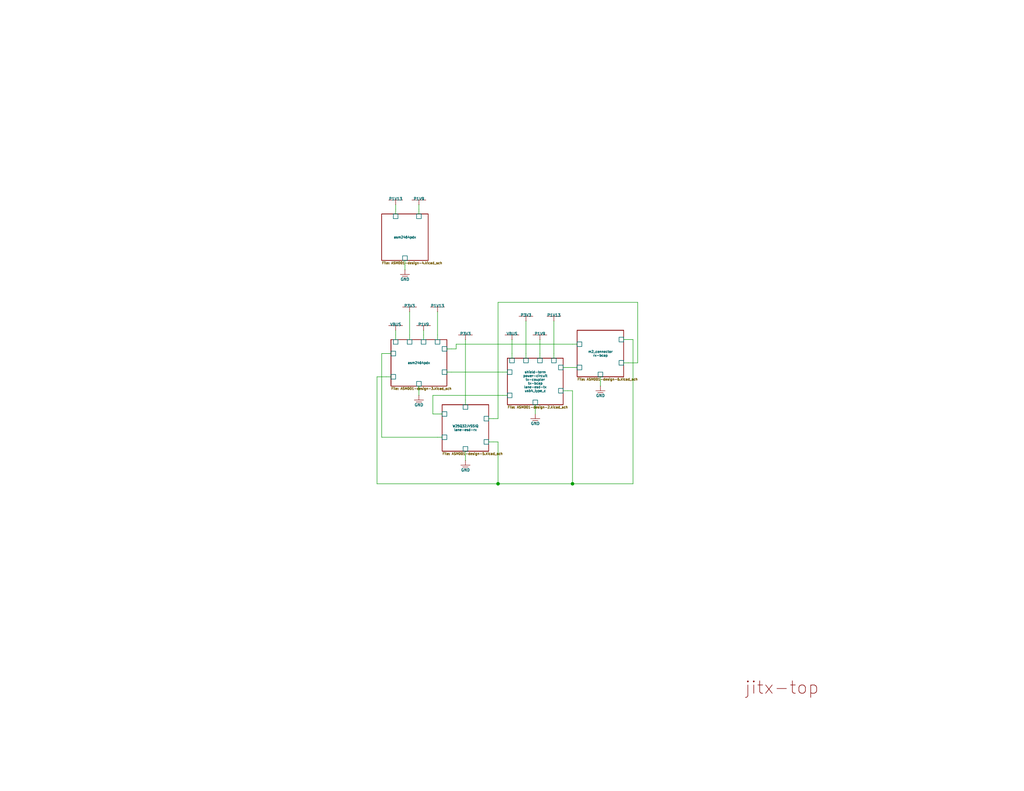
<source format=kicad_sch>
(kicad_sch (version 20230121) (generator jitx)
  (paper "A")
  (lib_symbols
    (symbol "P3V3" (power)
      (property "Reference" "#PWR" (at 35.0 60.0 0.0))
      (property "Value" "P3V3" (at 0.0 1.5875 0.0))
      (symbol "P3V3_1_0"
        (pin power_in line (at 0.0 0.0 90) (length 0.0) (name "P3V3") (number "~"))
      )
    )
    (symbol "VBUS" (power)
      (property "Reference" "#PWR" (at 35.0 60.0 0.0))
      (property "Value" "VBUS" (at 0.0 1.5875 0.0))
      (symbol "VBUS_1_0"
        (pin power_in line (at 0.0 0.0 90) (length 0.0) (name "VBUS") (number "~"))
      )
    )
    (symbol "P1V9" (power)
      (property "Reference" "#PWR" (at 35.0 60.0 0.0))
      (property "Value" "P1V9" (at 0.0 1.5875 0.0))
      (symbol "P1V9_1_0"
        (pin power_in line (at 0.0 0.0 90) (length 0.0) (name "P1V9") (number "~"))
      )
    )
    (symbol "GND" (power)
      (property "Reference" "#PWR" (at 35.0 60.0 0.0))
      (property "Value" "GND" (at 0.0 -2.6035 0.0))
      (symbol "GND_1_0"
        (pin power_in line (at 0.0 0.0 270) (length 0.0) (name "GND") (number "~"))
      )
    )
    (symbol "P1V13" (power)
      (property "Reference" "#PWR" (at 35.0 60.0 0.0))
      (property "Value" "P1V13" (at 0.0 1.5875 0.0))
      (symbol "P1V13_1_0"
        (pin power_in line (at 0.0 0.0 90) (length 0.0) (name "P1V13") (number "~"))
      )
    )
    (symbol "resistor_sym"
      (property "Reference" "U" (at 1.27 1.27 0.0))
      (property "Value" "resistor_sym" (at 1.27 -1.27 0.0))
      (symbol "resistor_sym_1_0"
        (pin unspecified line (at 0.0 2.54 270) (length 0.0) (name "1") (number "~"))
        (pin unspecified line (at 0.0 -2.54 90) (length 0.0) (name "2") (number "~"))
      )
    )
    (symbol "capacitor_sym"
      (property "Reference" "U" (at 1.27 1.27 0.0))
      (property "Value" "capacitor_sym" (at 1.27 -1.27 0.0))
      (symbol "capacitor_sym_1_0"
        (pin unspecified line (at 0.0 2.54 270) (length 0.0) (name "1") (number "~"))
        (pin unspecified line (at 0.0 -2.54 90) (length 0.0) (name "2") (number "~"))
      )
    )
    (symbol "Capacitor"
      (property "Reference" "U" (at 3.2385 0.0 0.0))
      (property "Value" "Capacitor" (at 3.2385 -1.524 0.0))
      (symbol "Capacitor_1_0"
        (pin unspecified line (at 0.0 2.54 270) (length 0.0) (name "1") (number "~"))
        (pin unspecified line (at 0.0 -2.54 90) (length 0.0) (name "2") (number "~"))
      )
    )
    (symbol "resistor_sym_1"
      (property "Reference" "U" (at 1.27 1.27 0.0))
      (property "Value" "resistor_sym_1" (at 1.27 -1.27 0.0))
      (symbol "resistor_sym_1_1_0"
        (pin unspecified line (at 0.0 2.54 270) (length 0.0) (name "1") (number "~"))
        (pin unspecified line (at 0.0 -2.54 90) (length 0.0) (name "2") (number "~"))
      )
    )
    (symbol "Box_Self_self_"
      (property "Reference" "U" (at -3.8735 7.6835 0.0))
      (property "Value" "Box_Self_self_" (at -3.8735 -7.6835 0.0))
      (symbol "Box_Self_self__1_0"
        (pin unspecified line (at -6.35 3.81 0) (length 2.54) (name "IOC1") (number "~"))
        (pin unspecified line (at -6.35 2.54 0) (length 2.54) (name "IOC2") (number "~"))
        (pin unspecified line (at -6.35 1.27 0) (length 2.54) (name "IOC3") (number "~"))
        (pin unspecified line (at -6.35 0.0 0) (length 2.54) (name "IOC4") (number "~"))
        (pin unspecified line (at 6.35 3.81 180) (length 2.54) (name "IOS1") (number "~"))
        (pin unspecified line (at 6.35 2.54 180) (length 2.54) (name "IOS2") (number "~"))
        (pin unspecified line (at 6.35 1.27 180) (length 2.54) (name "IOS3") (number "~"))
        (pin unspecified line (at 6.35 0.0 180) (length 2.54) (name "IOS4") (number "~"))
        (pin unspecified line (at -6.35 -2.54 0) (length 2.54) (name "GND1") (number "~"))
        (pin unspecified line (at -6.35 -3.81 0) (length 2.54) (name "GND2") (number "~"))
      )
    )
    (symbol "capacitor_sym_1"
      (property "Reference" "U" (at 1.27 1.27 0.0))
      (property "Value" "capacitor_sym_1" (at 1.27 -1.27 0.0))
      (symbol "capacitor_sym_1_1_0"
        (pin unspecified line (at 0.0 2.54 270) (length 0.0) (name "1") (number "~"))
        (pin unspecified line (at 0.0 -2.54 90) (length 0.0) (name "2") (number "~"))
      )
    )
    (symbol "Sym_1_2199230_6"
      (symbol "Sym_1_2199230_6_1_0"
        (pin unspecified line (at -12.7 48.26 0) (length 5.08) (name "CONFIG_3") (number "~"))
        (pin unspecified line (at -12.7 45.72 0) (length 5.08) (name "GND0") (number "~"))
        (pin unspecified line (at -12.7 43.18 0) (length 5.08) (name "PE3_RX_N") (number "~"))
        (pin unspecified line (at -12.7 40.64 0) (length 5.08) (name "PE3_RX_P") (number "~"))
        (pin unspecified line (at -12.7 38.1 0) (length 5.08) (name "GND1") (number "~"))
        (pin unspecified line (at -12.7 35.56 0) (length 5.08) (name "PE3_TX_N") (number "~"))
        (pin unspecified line (at -12.7 33.02 0) (length 5.08) (name "PE3_TX_P") (number "~"))
        (pin unspecified line (at -12.7 30.48 0) (length 5.08) (name "GND2") (number "~"))
        (pin unspecified line (at -12.7 27.94 0) (length 5.08) (name "PE2_RX_N") (number "~"))
        (pin unspecified line (at -12.7 25.4 0) (length 5.08) (name "PE2_RX_P") (number "~"))
        (pin unspecified line (at -12.7 22.86 0) (length 5.08) (name "CONFIG_0") (number "~"))
        (pin unspecified line (at -12.7 20.32 0) (length 5.08) (name "PE2_TX_N") (number "~"))
        (pin unspecified line (at -12.7 17.78 0) (length 5.08) (name "PE2_TX_P") (number "~"))
        (pin unspecified line (at -12.7 15.24 0) (length 5.08) (name "PE1_RX_N") (number "~"))
        (pin unspecified line (at -12.7 12.7 0) (length 5.08) (name "PE1_RX_P") (number "~"))
        (pin unspecified line (at -12.7 10.16 0) (length 5.08) (name "GND3") (number "~"))
        (pin unspecified line (at -12.7 7.62 0) (length 5.08) (name "PE1_TX_N") (number "~"))
        (pin unspecified line (at -12.7 5.08 0) (length 5.08) (name "PE1_TX_P") (number "~"))
        (pin unspecified line (at -12.7 2.54 0) (length 5.08) (name "GND4") (number "~"))
        (pin unspecified line (at -12.7 0.0 0) (length 5.08) (name "PE0_RX_N") (number "~"))
        (pin unspecified line (at -12.7 -2.54 0) (length 5.08) (name "PE0_RX_P") (number "~"))
        (pin unspecified line (at -12.7 -5.08 0) (length 5.08) (name "GND5") (number "~"))
        (pin unspecified line (at -12.7 -7.62 0) (length 5.08) (name "PE0_TX_N") (number "~"))
        (pin unspecified line (at -12.7 -10.16 0) (length 5.08) (name "PE0_TX_P") (number "~"))
        (pin unspecified line (at -12.7 -12.7 0) (length 5.08) (name "GND6") (number "~"))
        (pin unspecified line (at -12.7 -15.24 0) (length 5.08) (name "REFCLKN") (number "~"))
        (pin unspecified line (at -12.7 -17.78 0) (length 5.08) (name "REFCLKP") (number "~"))
        (pin unspecified line (at -12.7 -20.32 0) (length 5.08) (name "GND7") (number "~"))
        (pin unspecified line (at -12.7 -22.86 0) (length 5.08) (name "NC0") (number "~"))
        (pin unspecified line (at -12.7 -35.56 0) (length 5.08) (name "CONFIG_1") (number "~"))
        (pin unspecified line (at -12.7 -38.1 0) (length 5.08) (name "GND8") (number "~"))
        (pin unspecified line (at -12.7 -40.64 0) (length 5.08) (name "GND9") (number "~"))
        (pin unspecified line (at -12.7 -43.18 0) (length 5.08) (name "CONFIG_2") (number "~"))
        (pin unspecified line (at 12.7 48.26 180) (length 5.08) (name "V_3V3_0") (number "~"))
        (pin unspecified line (at 12.7 45.72 180) (length 5.08) (name "V_3V3_1") (number "~"))
        (pin unspecified line (at 12.7 43.18 180) (length 5.08) (name "NC1") (number "~"))
        (pin unspecified line (at 12.7 40.64 180) (length 5.08) (name "NC2") (number "~"))
        (pin unspecified line (at 12.7 38.1 180) (length 5.08) (name "DAS_DSS") (number "~"))
        (pin unspecified line (at 12.7 35.56 180) (length 5.08) (name "V_3V3_2") (number "~"))
        (pin unspecified line (at 12.7 33.02 180) (length 5.08) (name "V_3V3_3") (number "~"))
        (pin unspecified line (at 12.7 30.48 180) (length 5.08) (name "V_3V3_4") (number "~"))
        (pin unspecified line (at 12.7 27.94 180) (length 5.08) (name "V_3V3_5") (number "~"))
        (pin unspecified line (at 12.7 25.4 180) (length 5.08) (name "NC3") (number "~"))
        (pin unspecified line (at 12.7 22.86 180) (length 5.08) (name "NC4") (number "~"))
        (pin unspecified line (at 12.7 20.32 180) (length 5.08) (name "NC5") (number "~"))
        (pin unspecified line (at 12.7 17.78 180) (length 5.08) (name "NC6") (number "~"))
        (pin unspecified line (at 12.7 15.24 180) (length 5.08) (name "NC7") (number "~"))
        (pin unspecified line (at 12.7 12.7 180) (length 5.08) (name "NC8") (number "~"))
        (pin unspecified line (at 12.7 10.16 180) (length 5.08) (name "NC9") (number "~"))
        (pin unspecified line (at 12.7 7.62 180) (length 5.08) (name "NC10") (number "~"))
        (pin unspecified line (at 12.7 5.08 180) (length 5.08) (name "NC11") (number "~"))
        (pin unspecified line (at 12.7 2.54 180) (length 5.08) (name "DEVSLP") (number "~"))
        (pin unspecified line (at 12.7 0.0 180) (length 5.08) (name "NC12") (number "~"))
        (pin unspecified line (at 12.7 -2.54 180) (length 5.08) (name "NC13") (number "~"))
        (pin unspecified line (at 12.7 -5.08 180) (length 5.08) (name "NC14") (number "~"))
        (pin unspecified line (at 12.7 -7.62 180) (length 5.08) (name "NC15") (number "~"))
        (pin unspecified line (at 12.7 -10.16 180) (length 5.08) (name "NC16") (number "~"))
        (pin unspecified line (at 12.7 -12.7 180) (length 5.08) (name "PERST#") (number "~"))
        (pin unspecified line (at 12.7 -15.24 180) (length 5.08) (name "CLKREQ#") (number "~"))
        (pin unspecified line (at 12.7 -17.78 180) (length 5.08) (name "PEWAKE#") (number "~"))
        (pin unspecified line (at 12.7 -20.32 180) (length 5.08) (name "MFG1") (number "~"))
        (pin unspecified line (at 12.7 -22.86 180) (length 5.08) (name "MFG2") (number "~"))
        (pin unspecified line (at 12.7 -35.56 180) (length 5.08) (name "SUSCLK") (number "~"))
        (pin unspecified line (at 12.7 -38.1 180) (length 5.08) (name "V_3V3_6") (number "~"))
        (pin unspecified line (at 12.7 -40.64 180) (length 5.08) (name "V_3V3_7") (number "~"))
        (pin unspecified line (at 12.7 -43.18 180) (length 5.08) (name "V_3V3_8") (number "~"))
        (pin unspecified line (at 12.7 -48.26 180) (length 5.08) (name "SHIELD0") (number "~"))
        (pin unspecified line (at 12.7 -50.8 180) (length 5.08) (name "SHIELD1") (number "~"))
      )
    )
    (symbol "Inductor"
      (property "Reference" "U" (at 1.3335 0.0 0.0))
      (property "Value" "Inductor" (at 1.3335 -1.524 0.0))
      (symbol "Inductor_1_0"
        (pin unspecified line (at 0.0 2.54 270) (length 0.0) (name "1") (number "~"))
        (pin unspecified line (at 0.0 -2.54 90) (length 0.0) (name "2") (number "~"))
      )
    )
    (symbol "capacitor_sym_2"
      (property "Reference" "U" (at 1.27 1.27 0.0))
      (property "Value" "capacitor_sym_2" (at 1.27 -1.27 0.0))
      (symbol "capacitor_sym_2_1_0"
        (pin unspecified line (at 0.0 2.54 270) (length 0.0) (name "1") (number "~"))
        (pin unspecified line (at 0.0 -2.54 90) (length 0.0) (name "2") (number "~"))
      )
    )
    (symbol "Box_Self_self__1"
      (property "Reference" "U" (at -2.6035 8.9535 0.0))
      (property "Value" "Box_Self_self__1" (at -2.6035 -7.6835 0.0))
      (symbol "Box_Self_self__1_1_0"
        (pin unspecified line (at -5.08 5.08 0) (length 2.54) (name "VIN") (number "~"))
        (pin unspecified line (at -5.08 3.81 0) (length 2.54) (name "EN") (number "~"))
        (pin unspecified line (at -5.08 2.54 0) (length 2.54) (name "SS") (number "~"))
        (pin unspecified line (at -5.08 1.27 0) (length 2.54) (name "RT") (number "~"))
        (pin unspecified line (at 5.08 5.08 180) (length 2.54) (name "BST") (number "~"))
        (pin unspecified line (at 5.08 -1.27 180) (length 2.54) (name "SW") (number "~"))
        (pin unspecified line (at -5.08 -3.81 0) (length 2.54) (name "GND") (number "~"))
        (pin unspecified line (at 5.08 -3.81 180) (length 2.54) (name "FB") (number "~"))
      )
    )
    (symbol "capacitor_sym_3"
      (property "Reference" "U" (at 1.27 1.27 0.0))
      (property "Value" "capacitor_sym_3" (at 1.27 -1.27 0.0))
      (symbol "capacitor_sym_3_1_0"
        (pin unspecified line (at 0.0 2.54 270) (length 0.0) (name "1") (number "~"))
        (pin unspecified line (at 0.0 -2.54 90) (length 0.0) (name "2") (number "~"))
      )
    )
    (symbol "resistor_sym_2"
      (property "Reference" "U" (at 1.27 1.27 0.0))
      (property "Value" "resistor_sym_2" (at 1.27 -1.27 0.0))
      (symbol "resistor_sym_2_1_0"
        (pin unspecified line (at 0.0 2.54 270) (length 0.0) (name "1") (number "~"))
        (pin unspecified line (at 0.0 -2.54 90) (length 0.0) (name "2") (number "~"))
      )
    )
    (symbol "resistor_sym_3"
      (property "Reference" "U" (at 1.27 1.27 0.0))
      (property "Value" "resistor_sym_3" (at 1.27 -1.27 0.0))
      (symbol "resistor_sym_3_1_0"
        (pin unspecified line (at 0.0 2.54 270) (length 0.0) (name "1") (number "~"))
        (pin unspecified line (at 0.0 -2.54 90) (length 0.0) (name "2") (number "~"))
      )
    )
    (symbol "resistor_sym_4"
      (property "Reference" "U" (at 1.27 1.27 0.0))
      (property "Value" "resistor_sym_4" (at 1.27 -1.27 0.0))
      (symbol "resistor_sym_4_1_0"
        (pin unspecified line (at 0.0 2.54 270) (length 0.0) (name "1") (number "~"))
        (pin unspecified line (at 0.0 -2.54 90) (length 0.0) (name "2") (number "~"))
      )
    )
    (symbol "capacitor_sym_4"
      (property "Reference" "U" (at 1.27 1.27 0.0))
      (property "Value" "capacitor_sym_4" (at 1.27 -1.27 0.0))
      (symbol "capacitor_sym_4_1_0"
        (pin unspecified line (at 0.0 2.54 270) (length 0.0) (name "1") (number "~"))
        (pin unspecified line (at 0.0 -2.54 90) (length 0.0) (name "2") (number "~"))
      )
    )
    (symbol "capacitor_sym_5"
      (property "Reference" "U" (at 1.27 1.27 0.0))
      (property "Value" "capacitor_sym_5" (at 1.27 -1.27 0.0))
      (symbol "capacitor_sym_5_1_0"
        (pin unspecified line (at 0.0 2.54 270) (length 0.0) (name "1") (number "~"))
        (pin unspecified line (at 0.0 -2.54 90) (length 0.0) (name "2") (number "~"))
      )
    )
    (symbol "resistor_sym_5"
      (property "Reference" "U" (at 1.27 1.27 0.0))
      (property "Value" "resistor_sym_5" (at 1.27 -1.27 0.0))
      (symbol "resistor_sym_5_1_0"
        (pin unspecified line (at 0.0 2.54 270) (length 0.0) (name "1") (number "~"))
        (pin unspecified line (at 0.0 -2.54 90) (length 0.0) (name "2") (number "~"))
      )
    )
    (symbol "capacitor_sym_6"
      (property "Reference" "U" (at 1.27 1.27 0.0))
      (property "Value" "capacitor_sym_6" (at 1.27 -1.27 0.0))
      (symbol "capacitor_sym_6_1_0"
        (pin unspecified line (at 0.0 2.54 270) (length 0.0) (name "1") (number "~"))
        (pin unspecified line (at 0.0 -2.54 90) (length 0.0) (name "2") (number "~"))
      )
    )
    (symbol "resistor_sym_6"
      (property "Reference" "U" (at 1.27 1.27 0.0))
      (property "Value" "resistor_sym_6" (at 1.27 -1.27 0.0))
      (symbol "resistor_sym_6_1_0"
        (pin unspecified line (at 0.0 2.54 270) (length 0.0) (name "1") (number "~"))
        (pin unspecified line (at 0.0 -2.54 90) (length 0.0) (name "2") (number "~"))
      )
    )
    (symbol "resistor_sym_7"
      (property "Reference" "U" (at 1.27 1.27 0.0))
      (property "Value" "resistor_sym_7" (at 1.27 -1.27 0.0))
      (symbol "resistor_sym_7_1_0"
        (pin unspecified line (at 0.0 2.54 270) (length 0.0) (name "1") (number "~"))
        (pin unspecified line (at 0.0 -2.54 90) (length 0.0) (name "2") (number "~"))
      )
    )
    (symbol "Box_Self_self__2"
      (property "Reference" "U" (at -3.8735 14.0335 0.0))
      (property "Value" "Box_Self_self__2" (at -3.8735 -14.0335 0.0))
      (symbol "Box_Self_self__2_1_0"
        (pin unspecified line (at 7.62 10.16 180) (length 2.54) (name "VBUS0") (number "~"))
        (pin unspecified line (at 7.62 8.89 180) (length 2.54) (name "VBUS1") (number "~"))
        (pin unspecified line (at -6.35 6.35 0) (length 2.54) (name "D0_P") (number "~"))
        (pin unspecified line (at -6.35 5.08 0) (length 2.54) (name "D0_N") (number "~"))
        (pin unspecified line (at -6.35 2.54 0) (length 2.54) (name "TX1_P") (number "~"))
        (pin unspecified line (at -6.35 1.27 0) (length 2.54) (name "TX1_N") (number "~"))
        (pin unspecified line (at -6.35 -1.27 0) (length 2.54) (name "RX1_P") (number "~"))
        (pin unspecified line (at -6.35 -2.54 0) (length 2.54) (name "RX1_N") (number "~"))
        (pin unspecified line (at -6.35 -5.08 0) (length 2.54) (name "CC1") (number "~"))
        (pin unspecified line (at -6.35 -6.35 0) (length 2.54) (name "SBU1") (number "~"))
        (pin unspecified line (at -6.35 -8.89 0) (length 2.54) (name "GND0") (number "~"))
        (pin unspecified line (at -6.35 -10.16 0) (length 2.54) (name "GND1") (number "~"))
        (pin unspecified line (at 7.62 -10.16 180) (length 2.54) (name "SHIELD") (number "~"))
      )
    )
    (symbol "Box_Self_self__3"
      (property "Reference" "U" (at -3.8735 14.0335 0.0))
      (property "Value" "Box_Self_self__3" (at -3.8735 -14.0335 0.0))
      (symbol "Box_Self_self__3_1_0"
        (pin unspecified line (at 7.62 10.16 180) (length 2.54) (name "VBUS3") (number "~"))
        (pin unspecified line (at 7.62 8.89 180) (length 2.54) (name "VBUS2") (number "~"))
        (pin unspecified line (at -6.35 6.35 0) (length 2.54) (name "D1_P") (number "~"))
        (pin unspecified line (at -6.35 5.08 0) (length 2.54) (name "D1_N") (number "~"))
        (pin unspecified line (at -6.35 2.54 0) (length 2.54) (name "TX2_P") (number "~"))
        (pin unspecified line (at -6.35 1.27 0) (length 2.54) (name "TX2_N") (number "~"))
        (pin unspecified line (at -6.35 -1.27 0) (length 2.54) (name "RX2_P") (number "~"))
        (pin unspecified line (at -6.35 -2.54 0) (length 2.54) (name "RX2_N") (number "~"))
        (pin unspecified line (at -6.35 -5.08 0) (length 2.54) (name "CC2") (number "~"))
        (pin unspecified line (at -6.35 -6.35 0) (length 2.54) (name "SBU2") (number "~"))
        (pin unspecified line (at -6.35 -8.89 0) (length 2.54) (name "GND2") (number "~"))
        (pin unspecified line (at -6.35 -10.16 0) (length 2.54) (name "GND3") (number "~"))
      )
    )
    (symbol "capacitor_sym_7"
      (property "Reference" "U" (at 1.27 1.27 0.0))
      (property "Value" "capacitor_sym_7" (at 1.27 -1.27 0.0))
      (symbol "capacitor_sym_7_1_0"
        (pin unspecified line (at 0.0 2.54 270) (length 0.0) (name "1") (number "~"))
        (pin unspecified line (at 0.0 -2.54 90) (length 0.0) (name "2") (number "~"))
      )
    )
    (symbol "resistor_sym_8"
      (property "Reference" "U" (at 1.27 1.27 0.0))
      (property "Value" "resistor_sym_8" (at 1.27 -1.27 0.0))
      (symbol "resistor_sym_8_1_0"
        (pin unspecified line (at 0.0 2.54 270) (length 0.0) (name "1") (number "~"))
        (pin unspecified line (at 0.0 -2.54 90) (length 0.0) (name "2") (number "~"))
      )
    )
    (symbol "capacitor_sym_8"
      (property "Reference" "U" (at 1.27 1.27 0.0))
      (property "Value" "capacitor_sym_8" (at 1.27 -1.27 0.0))
      (symbol "capacitor_sym_8_1_0"
        (pin unspecified line (at 0.0 2.54 270) (length 0.0) (name "1") (number "~"))
        (pin unspecified line (at 0.0 -2.54 90) (length 0.0) (name "2") (number "~"))
      )
    )
    (symbol "capacitor_sym_9"
      (property "Reference" "U" (at 1.27 1.27 0.0))
      (property "Value" "capacitor_sym_9" (at 1.27 -1.27 0.0))
      (symbol "capacitor_sym_9_1_0"
        (pin unspecified line (at 0.0 2.54 270) (length 0.0) (name "1") (number "~"))
        (pin unspecified line (at 0.0 -2.54 90) (length 0.0) (name "2") (number "~"))
      )
    )
    (symbol "Power_Symbol"
      (property "Value" "Power_Symbol" (at 0.0 1.5875 0.0))
      (symbol "Power_Symbol_1_0"
        (pin unspecified line (at 0.0 0.0 90) (length 0.0) (name "0") (number "~"))
      )
    )
    (symbol "Ground_Symbol"
      (property "Value" "Ground_Symbol" (at 0.0 -2.6035 0.0))
      (symbol "Ground_Symbol_1_0"
        (pin unspecified line (at 0.0 0.0 270) (length 0.0) (name "0") (number "~"))
      )
    )
    (symbol "capacitor_sym_10"
      (property "Reference" "U" (at 1.27 1.27 0.0))
      (property "Value" "capacitor_sym_10" (at 1.27 -1.27 0.0))
      (symbol "capacitor_sym_10_1_0"
        (pin unspecified line (at 0.0 2.54 270) (length 0.0) (name "1") (number "~"))
        (pin unspecified line (at 0.0 -2.54 90) (length 0.0) (name "2") (number "~"))
      )
    )
    (symbol "resistor_sym_9"
      (property "Reference" "U" (at 1.27 1.27 0.0))
      (property "Value" "resistor_sym_9" (at 1.27 -1.27 0.0))
      (symbol "resistor_sym_9_1_0"
        (pin unspecified line (at 0.0 2.54 270) (length 0.0) (name "1") (number "~"))
        (pin unspecified line (at 0.0 -2.54 90) (length 0.0) (name "2") (number "~"))
      )
    )
    (symbol "resistor_sym_10"
      (property "Reference" "U" (at 1.27 1.27 0.0))
      (property "Value" "resistor_sym_10" (at 1.27 -1.27 0.0))
      (symbol "resistor_sym_10_1_0"
        (pin unspecified line (at 0.0 2.54 270) (length 0.0) (name "1") (number "~"))
        (pin unspecified line (at 0.0 -2.54 90) (length 0.0) (name "2") (number "~"))
      )
    )
    (symbol "sym_ABMM2_25_000MHZ_D1_T"
      (property "Reference" "U" (at 0.0 4.54 0.0))
      (property "Value" "sym_ABMM2_25_000MHZ_D1_T" (at 0.0 3.54 0.0))
      (symbol "sym_ABMM2_25_000MHZ_D1_T_1_0"
        (pin unspecified line (at 7.62 -2.54 180) (length 2.54) (name "GND0") (number "~"))
        (pin unspecified line (at -7.62 2.54 0) (length 2.54) (name "GND1") (number "~"))
        (pin unspecified line (at 7.62 2.54 180) (length 2.54) (name "3") (number "~"))
        (pin unspecified line (at -7.62 -2.54 0) (length 2.54) (name "1") (number "~"))
      )
    )
    (symbol "capacitor_sym_11"
      (property "Reference" "U" (at 1.27 1.27 0.0))
      (property "Value" "capacitor_sym_11" (at 1.27 -1.27 0.0))
      (symbol "capacitor_sym_11_1_0"
        (pin unspecified line (at 0.0 2.54 270) (length 0.0) (name "1") (number "~"))
        (pin unspecified line (at 0.0 -2.54 90) (length 0.0) (name "2") (number "~"))
      )
    )
    (symbol "capacitor_sym_12"
      (property "Reference" "U" (at 1.27 1.27 0.0))
      (property "Value" "capacitor_sym_12" (at 1.27 -1.27 0.0))
      (symbol "capacitor_sym_12_1_0"
        (pin unspecified line (at 0.0 2.54 270) (length 0.0) (name "1") (number "~"))
        (pin unspecified line (at 0.0 -2.54 90) (length 0.0) (name "2") (number "~"))
      )
    )
    (symbol "capacitor_sym_13"
      (property "Reference" "U" (at 1.27 1.27 0.0))
      (property "Value" "capacitor_sym_13" (at 1.27 -1.27 0.0))
      (symbol "capacitor_sym_13_1_0"
        (pin unspecified line (at 0.0 2.54 270) (length 0.0) (name "1") (number "~"))
        (pin unspecified line (at 0.0 -2.54 90) (length 0.0) (name "2") (number "~"))
      )
    )
    (symbol "capacitor_sym_14"
      (property "Reference" "U" (at 1.27 1.27 0.0))
      (property "Value" "capacitor_sym_14" (at 1.27 -1.27 0.0))
      (symbol "capacitor_sym_14_1_0"
        (pin unspecified line (at 0.0 2.54 270) (length 0.0) (name "1") (number "~"))
        (pin unspecified line (at 0.0 -2.54 90) (length 0.0) (name "2") (number "~"))
      )
    )
    (symbol "Box_Self_self__4"
      (property "Reference" "U" (at -6.4135 25.4635 0.0))
      (property "Value" "Box_Self_self__4" (at -6.4135 -24.1935 0.0))
      (symbol "Box_Self_self__4_1_0"
        (pin unspecified line (at -8.89 21.59 0) (length 2.54) (name "UDP") (number "~"))
        (pin unspecified line (at -8.89 20.32 0) (length 2.54) (name "UDM") (number "~"))
        (pin unspecified line (at -8.89 19.05 0) (length 2.54) (name "UTXP0") (number "~"))
        (pin unspecified line (at -8.89 17.78 0) (length 2.54) (name "UTXN0") (number "~"))
        (pin unspecified line (at -8.89 16.51 0) (length 2.54) (name "UTXP1") (number "~"))
        (pin unspecified line (at -8.89 15.24 0) (length 2.54) (name "UTXN1") (number "~"))
        (pin unspecified line (at -8.89 13.97 0) (length 2.54) (name "URXP0") (number "~"))
        (pin unspecified line (at -8.89 12.7 0) (length 2.54) (name "URXN0") (number "~"))
        (pin unspecified line (at -8.89 11.43 0) (length 2.54) (name "URXP1") (number "~"))
        (pin unspecified line (at -8.89 10.16 0) (length 2.54) (name "URXN1") (number "~"))
        (pin unspecified line (at -8.89 8.89 0) (length 2.54) (name "VBUS") (number "~"))
        (pin unspecified line (at -8.89 7.62 0) (length 2.54) (name "CC1") (number "~"))
        (pin unspecified line (at -8.89 6.35 0) (length 2.54) (name "CC2") (number "~"))
        (pin unspecified line (at -8.89 5.08 0) (length 2.54) (name "SBU1") (number "~"))
        (pin unspecified line (at -8.89 3.81 0) (length 2.54) (name "SBU2") (number "~"))
        (pin unspecified line (at -8.89 2.54 0) (length 2.54) (name "REFCLKN0") (number "~"))
        (pin unspecified line (at -8.89 1.27 0) (length 2.54) (name "REFCLKP0") (number "~"))
        (pin unspecified line (at -8.89 0.0 0) (length 2.54) (name "PRXN1") (number "~"))
        (pin unspecified line (at -8.89 -1.27 0) (length 2.54) (name "PRXP1") (number "~"))
        (pin unspecified line (at -8.89 -2.54 0) (length 2.54) (name "PRXN0") (number "~"))
        (pin unspecified line (at -8.89 -3.81 0) (length 2.54) (name "PRXP0") (number "~"))
        (pin unspecified line (at -8.89 -5.08 0) (length 2.54) (name "PTXN1") (number "~"))
        (pin unspecified line (at -8.89 -6.35 0) (length 2.54) (name "PTXP1") (number "~"))
        (pin unspecified line (at -8.89 -7.62 0) (length 2.54) (name "PTXN0") (number "~"))
        (pin unspecified line (at -8.89 -8.89 0) (length 2.54) (name "PTXP0") (number "~"))
        (pin unspecified line (at -8.89 -10.16 0) (length 2.54) (name "PRXN3") (number "~"))
        (pin unspecified line (at -8.89 -11.43 0) (length 2.54) (name "PRXP3") (number "~"))
        (pin unspecified line (at -8.89 -12.7 0) (length 2.54) (name "PRXN2") (number "~"))
        (pin unspecified line (at -8.89 -13.97 0) (length 2.54) (name "PRXP2") (number "~"))
        (pin unspecified line (at -8.89 -15.24 0) (length 2.54) (name "PTXN3") (number "~"))
        (pin unspecified line (at -8.89 -16.51 0) (length 2.54) (name "PTXP3") (number "~"))
        (pin unspecified line (at -8.89 -17.78 0) (length 2.54) (name "PTXN2") (number "~"))
        (pin unspecified line (at -8.89 -19.05 0) (length 2.54) (name "PTXP2") (number "~"))
        (pin unspecified line (at -8.89 -20.32 0) (length 2.54) (name "TEST_EN") (number "~"))
        (pin unspecified line (at 8.89 20.32 180) (length 2.54) (name "UART_TX") (number "~"))
        (pin unspecified line (at 8.89 19.05 180) (length 2.54) (name "UART_RX") (number "~"))
        (pin unspecified line (at 8.89 17.78 180) (length 2.54) (name "HDDPC") (number "~"))
        (pin unspecified line (at 8.89 16.51 180) (length 2.54) (name "RST#") (number "~"))
        (pin unspecified line (at 8.89 15.24 180) (length 2.54) (name "I2C_DATA_P") (number "~"))
        (pin unspecified line (at 8.89 13.97 180) (length 2.54) (name "I2C_CLK_P") (number "~"))
        (pin unspecified line (at 8.89 12.7 180) (length 2.54) (name "GPIO0") (number "~"))
        (pin unspecified line (at 8.89 11.43 180) (length 2.54) (name "GPIO1") (number "~"))
        (pin unspecified line (at 8.89 10.16 180) (length 2.54) (name "GPIO2") (number "~"))
        (pin unspecified line (at 8.89 8.89 180) (length 2.54) (name "GPIO3") (number "~"))
        (pin unspecified line (at 8.89 7.62 180) (length 2.54) (name "SPI_CS#") (number "~"))
        (pin unspecified line (at 8.89 6.35 180) (length 2.54) (name "SPI_DO") (number "~"))
        (pin unspecified line (at 8.89 5.08 180) (length 2.54) (name "SPI_CLK") (number "~"))
        (pin unspecified line (at 8.89 3.81 180) (length 2.54) (name "SPI_DI") (number "~"))
        (pin unspecified line (at 8.89 2.54 180) (length 2.54) (name "GPIO8") (number "~"))
        (pin unspecified line (at 8.89 1.27 180) (length 2.54) (name "GPIO14") (number "~"))
        (pin unspecified line (at 8.89 0.0 180) (length 2.54) (name "GPIO15") (number "~"))
        (pin unspecified line (at 8.89 -1.27 180) (length 2.54) (name "GPIO16") (number "~"))
        (pin unspecified line (at 8.89 -2.54 180) (length 2.54) (name "GPIO17") (number "~"))
        (pin unspecified line (at 8.89 -3.81 180) (length 2.54) (name "GPIO18") (number "~"))
        (pin unspecified line (at 8.89 -5.08 180) (length 2.54) (name "GPIO19") (number "~"))
        (pin unspecified line (at 8.89 -6.35 180) (length 2.54) (name "GPIO20") (number "~"))
        (pin unspecified line (at 8.89 -7.62 180) (length 2.54) (name "GPIO21") (number "~"))
        (pin unspecified line (at 8.89 -8.89 180) (length 2.54) (name "GPIO22") (number "~"))
        (pin unspecified line (at 8.89 -10.16 180) (length 2.54) (name "GPIO23") (number "~"))
        (pin unspecified line (at 8.89 -11.43 180) (length 2.54) (name "GPIO24") (number "~"))
        (pin unspecified line (at 8.89 -12.7 180) (length 2.54) (name "GPIO25") (number "~"))
        (pin unspecified line (at 8.89 -13.97 180) (length 2.54) (name "GPIO26") (number "~"))
        (pin unspecified line (at 8.89 -15.24 180) (length 2.54) (name "GPIO27") (number "~"))
        (pin unspecified line (at 8.89 -16.51 180) (length 2.54) (name "UREXT") (number "~"))
        (pin unspecified line (at 8.89 -17.78 180) (length 2.54) (name "XI") (number "~"))
        (pin unspecified line (at 8.89 -19.05 180) (length 2.54) (name "XO") (number "~"))
      )
    )
    (symbol "Box_Self_self__5"
      (property "Reference" "U" (at -2.6035 30.5435 0.0))
      (property "Value" "Box_Self_self__5" (at -2.6035 -29.2735 0.0))
      (symbol "Box_Self_self__5_1_0"
        (pin unspecified line (at -5.08 26.67 0) (length 2.54) (name "NC0") (number "~"))
        (pin unspecified line (at -5.08 25.4 0) (length 2.54) (name "NC1") (number "~"))
        (pin unspecified line (at -5.08 24.13 0) (length 2.54) (name "NC2") (number "~"))
        (pin unspecified line (at -5.08 22.86 0) (length 2.54) (name "NC3") (number "~"))
        (pin unspecified line (at -5.08 21.59 0) (length 2.54) (name "NC4") (number "~"))
        (pin unspecified line (at -5.08 20.32 0) (length 2.54) (name "NC5") (number "~"))
        (pin unspecified line (at -5.08 19.05 0) (length 2.54) (name "NC6") (number "~"))
        (pin unspecified line (at -5.08 17.78 0) (length 2.54) (name "NC7") (number "~"))
        (pin unspecified line (at -5.08 16.51 0) (length 2.54) (name "NC8") (number "~"))
        (pin unspecified line (at -5.08 15.24 0) (length 2.54) (name "NC9") (number "~"))
        (pin unspecified line (at -5.08 13.97 0) (length 2.54) (name "NC10") (number "~"))
        (pin unspecified line (at -5.08 12.7 0) (length 2.54) (name "NC11") (number "~"))
        (pin unspecified line (at -5.08 11.43 0) (length 2.54) (name "NC12") (number "~"))
        (pin unspecified line (at -5.08 10.16 0) (length 2.54) (name "NC13") (number "~"))
        (pin unspecified line (at -5.08 8.89 0) (length 2.54) (name "NC14") (number "~"))
        (pin unspecified line (at -5.08 7.62 0) (length 2.54) (name "NC15") (number "~"))
        (pin unspecified line (at -5.08 6.35 0) (length 2.54) (name "NC16") (number "~"))
        (pin unspecified line (at -5.08 5.08 0) (length 2.54) (name "NC17") (number "~"))
        (pin unspecified line (at -5.08 3.81 0) (length 2.54) (name "NC18") (number "~"))
        (pin unspecified line (at -5.08 2.54 0) (length 2.54) (name "NC19") (number "~"))
        (pin unspecified line (at -5.08 1.27 0) (length 2.54) (name "NC20") (number "~"))
        (pin unspecified line (at -5.08 0.0 0) (length 2.54) (name "NC21") (number "~"))
        (pin unspecified line (at -5.08 -1.27 0) (length 2.54) (name "NC22") (number "~"))
        (pin unspecified line (at -5.08 -2.54 0) (length 2.54) (name "NC23") (number "~"))
        (pin unspecified line (at -5.08 -3.81 0) (length 2.54) (name "NC24") (number "~"))
        (pin unspecified line (at -5.08 -5.08 0) (length 2.54) (name "NC25") (number "~"))
        (pin unspecified line (at -5.08 -6.35 0) (length 2.54) (name "NC26") (number "~"))
        (pin unspecified line (at -5.08 -7.62 0) (length 2.54) (name "NC27") (number "~"))
        (pin unspecified line (at -5.08 -8.89 0) (length 2.54) (name "NC28") (number "~"))
        (pin unspecified line (at -5.08 -10.16 0) (length 2.54) (name "NC29") (number "~"))
        (pin unspecified line (at -5.08 -11.43 0) (length 2.54) (name "NC30") (number "~"))
        (pin unspecified line (at -5.08 -12.7 0) (length 2.54) (name "NC31") (number "~"))
        (pin unspecified line (at -5.08 -13.97 0) (length 2.54) (name "REFCLKN3") (number "~"))
        (pin unspecified line (at -5.08 -15.24 0) (length 2.54) (name "REFCLKP3") (number "~"))
        (pin unspecified line (at -5.08 -16.51 0) (length 2.54) (name "REFCLKN2") (number "~"))
        (pin unspecified line (at -5.08 -17.78 0) (length 2.54) (name "REFCLKP2") (number "~"))
        (pin unspecified line (at -5.08 -19.05 0) (length 2.54) (name "REFCLKN1") (number "~"))
        (pin unspecified line (at -5.08 -20.32 0) (length 2.54) (name "REFCLKP1") (number "~"))
        (pin unspecified line (at -5.08 -21.59 0) (length 2.54) (name "PERST#3") (number "~"))
        (pin unspecified line (at -5.08 -22.86 0) (length 2.54) (name "PERST#2") (number "~"))
        (pin unspecified line (at -5.08 -24.13 0) (length 2.54) (name "PERST#1") (number "~"))
        (pin unspecified line (at -5.08 -25.4 0) (length 2.54) (name "PERST#0") (number "~"))
      )
    )
    (symbol "Box_Self_self__6"
      (property "Reference" "U" (at -5.1435 29.2735 0.0))
      (property "Value" "Box_Self_self__6" (at -5.1435 -28.0035 0.0))
      (symbol "Box_Self_self__6_1_0"
        (pin unspecified line (at -7.62 25.4 0) (length 2.54) (name "VDD0") (number "~"))
        (pin unspecified line (at -7.62 24.13 0) (length 2.54) (name "VDD1") (number "~"))
        (pin unspecified line (at -7.62 22.86 0) (length 2.54) (name "VDD2") (number "~"))
        (pin unspecified line (at -7.62 21.59 0) (length 2.54) (name "VDD3") (number "~"))
        (pin unspecified line (at -7.62 20.32 0) (length 2.54) (name "VDD4") (number "~"))
        (pin unspecified line (at -7.62 19.05 0) (length 2.54) (name "VDD5") (number "~"))
        (pin unspecified line (at -7.62 17.78 0) (length 2.54) (name "VDD6") (number "~"))
        (pin unspecified line (at -7.62 16.51 0) (length 2.54) (name "VDD7") (number "~"))
        (pin unspecified line (at -7.62 15.24 0) (length 2.54) (name "VDD8") (number "~"))
        (pin unspecified line (at -7.62 13.97 0) (length 2.54) (name "VDD9") (number "~"))
        (pin unspecified line (at -7.62 12.7 0) (length 2.54) (name "VDD10") (number "~"))
        (pin unspecified line (at -7.62 11.43 0) (length 2.54) (name "VDD11") (number "~"))
        (pin unspecified line (at -7.62 10.16 0) (length 2.54) (name "VDD12") (number "~"))
        (pin unspecified line (at -7.62 8.89 0) (length 2.54) (name "VDD13") (number "~"))
        (pin unspecified line (at -7.62 7.62 0) (length 2.54) (name "VDD14") (number "~"))
        (pin unspecified line (at -7.62 6.35 0) (length 2.54) (name "VDD15") (number "~"))
        (pin unspecified line (at -7.62 5.08 0) (length 2.54) (name "VDD16") (number "~"))
        (pin unspecified line (at -7.62 3.81 0) (length 2.54) (name "VDD17") (number "~"))
        (pin unspecified line (at -7.62 2.54 0) (length 2.54) (name "VDD18") (number "~"))
        (pin unspecified line (at -7.62 1.27 0) (length 2.54) (name "VDD19") (number "~"))
        (pin unspecified line (at -7.62 0.0 0) (length 2.54) (name "VDD20") (number "~"))
        (pin unspecified line (at -7.62 -1.27 0) (length 2.54) (name "VDD21") (number "~"))
        (pin unspecified line (at -7.62 -2.54 0) (length 2.54) (name "VDD22") (number "~"))
        (pin unspecified line (at -7.62 -3.81 0) (length 2.54) (name "VDD23") (number "~"))
        (pin unspecified line (at -7.62 -5.08 0) (length 2.54) (name "VDD24") (number "~"))
        (pin unspecified line (at -7.62 -6.35 0) (length 2.54) (name "VDD25") (number "~"))
        (pin unspecified line (at -7.62 -7.62 0) (length 2.54) (name "VDD26") (number "~"))
        (pin unspecified line (at -7.62 -8.89 0) (length 2.54) (name "VDD39") (number "~"))
        (pin unspecified line (at -7.62 -10.16 0) (length 2.54) (name "VDD38") (number "~"))
        (pin unspecified line (at -7.62 -11.43 0) (length 2.54) (name "VDD37") (number "~"))
        (pin unspecified line (at -7.62 -12.7 0) (length 2.54) (name "VDD36") (number "~"))
        (pin unspecified line (at -7.62 -13.97 0) (length 2.54) (name "VDD35") (number "~"))
        (pin unspecified line (at -7.62 -15.24 0) (length 2.54) (name "VDD34") (number "~"))
        (pin unspecified line (at -7.62 -16.51 0) (length 2.54) (name "VDD33") (number "~"))
        (pin unspecified line (at -7.62 -17.78 0) (length 2.54) (name "VDD32") (number "~"))
        (pin unspecified line (at -7.62 -19.05 0) (length 2.54) (name "VDD31") (number "~"))
        (pin unspecified line (at -7.62 -20.32 0) (length 2.54) (name "VDD30") (number "~"))
        (pin unspecified line (at -7.62 -21.59 0) (length 2.54) (name "VDD29") (number "~"))
        (pin unspecified line (at -7.62 -22.86 0) (length 2.54) (name "VDD28") (number "~"))
        (pin unspecified line (at -7.62 -24.13 0) (length 2.54) (name "VDD27") (number "~"))
        (pin unspecified line (at 7.62 19.05 180) (length 2.54) (name "GND0") (number "~"))
        (pin unspecified line (at 7.62 17.78 180) (length 2.54) (name "GND1") (number "~"))
        (pin unspecified line (at 7.62 16.51 180) (length 2.54) (name "GND2") (number "~"))
        (pin unspecified line (at 7.62 15.24 180) (length 2.54) (name "GND3") (number "~"))
        (pin unspecified line (at 7.62 13.97 180) (length 2.54) (name "GND4") (number "~"))
        (pin unspecified line (at 7.62 12.7 180) (length 2.54) (name "GND5") (number "~"))
        (pin unspecified line (at 7.62 11.43 180) (length 2.54) (name "GND6") (number "~"))
        (pin unspecified line (at 7.62 10.16 180) (length 2.54) (name "GND7") (number "~"))
        (pin unspecified line (at 7.62 8.89 180) (length 2.54) (name "GND8") (number "~"))
        (pin unspecified line (at 7.62 7.62 180) (length 2.54) (name "GND9") (number "~"))
        (pin unspecified line (at 7.62 6.35 180) (length 2.54) (name "GND10") (number "~"))
        (pin unspecified line (at 7.62 5.08 180) (length 2.54) (name "GND11") (number "~"))
        (pin unspecified line (at 7.62 3.81 180) (length 2.54) (name "GND12") (number "~"))
        (pin unspecified line (at 7.62 2.54 180) (length 2.54) (name "GND13") (number "~"))
        (pin unspecified line (at 7.62 1.27 180) (length 2.54) (name "GND14") (number "~"))
        (pin unspecified line (at 7.62 0.0 180) (length 2.54) (name "GND15") (number "~"))
        (pin unspecified line (at 7.62 -1.27 180) (length 2.54) (name "GND16") (number "~"))
        (pin unspecified line (at 7.62 -2.54 180) (length 2.54) (name "GND17") (number "~"))
        (pin unspecified line (at 7.62 -3.81 180) (length 2.54) (name "GND18") (number "~"))
        (pin unspecified line (at 7.62 -5.08 180) (length 2.54) (name "GND19") (number "~"))
        (pin unspecified line (at 7.62 -6.35 180) (length 2.54) (name "GND20") (number "~"))
        (pin unspecified line (at 7.62 -7.62 180) (length 2.54) (name "GND21") (number "~"))
        (pin unspecified line (at 7.62 -8.89 180) (length 2.54) (name "GND22") (number "~"))
        (pin unspecified line (at 7.62 -10.16 180) (length 2.54) (name "GND23") (number "~"))
        (pin unspecified line (at 7.62 -11.43 180) (length 2.54) (name "GND24") (number "~"))
        (pin unspecified line (at 7.62 -12.7 180) (length 2.54) (name "GND25") (number "~"))
        (pin unspecified line (at 7.62 -13.97 180) (length 2.54) (name "GND26") (number "~"))
        (pin unspecified line (at 7.62 -15.24 180) (length 2.54) (name "GND27") (number "~"))
        (pin unspecified line (at 7.62 -16.51 180) (length 2.54) (name "GND28") (number "~"))
        (pin unspecified line (at 7.62 -17.78 180) (length 2.54) (name "GND29") (number "~"))
      )
    )
    (symbol "Box_Self_self__7"
      (property "Reference" "U" (at -5.1435 45.7835 0.0))
      (property "Value" "Box_Self_self__7" (at -5.1435 -44.5135 0.0))
      (symbol "Box_Self_self__7_1_0"
        (pin unspecified line (at -7.62 17.78 0) (length 2.54) (name "VCCL16") (number "~"))
        (pin unspecified line (at -7.62 16.51 0) (length 2.54) (name "VCCL15") (number "~"))
        (pin unspecified line (at -7.62 15.24 0) (length 2.54) (name "VCCL14") (number "~"))
        (pin unspecified line (at -7.62 13.97 0) (length 2.54) (name "VCCL13") (number "~"))
        (pin unspecified line (at -7.62 12.7 0) (length 2.54) (name "VCCL12") (number "~"))
        (pin unspecified line (at -7.62 11.43 0) (length 2.54) (name "VCCL11") (number "~"))
        (pin unspecified line (at -7.62 10.16 0) (length 2.54) (name "VCCL10") (number "~"))
        (pin unspecified line (at -7.62 8.89 0) (length 2.54) (name "VCCL9") (number "~"))
        (pin unspecified line (at -7.62 7.62 0) (length 2.54) (name "VCCL8") (number "~"))
        (pin unspecified line (at -7.62 6.35 0) (length 2.54) (name "VCCL7") (number "~"))
        (pin unspecified line (at -7.62 5.08 0) (length 2.54) (name "VCCL6") (number "~"))
        (pin unspecified line (at -7.62 3.81 0) (length 2.54) (name "VCCL5") (number "~"))
        (pin unspecified line (at -7.62 2.54 0) (length 2.54) (name "VCCL4") (number "~"))
        (pin unspecified line (at -7.62 1.27 0) (length 2.54) (name "VCCL3") (number "~"))
        (pin unspecified line (at -7.62 0.0 0) (length 2.54) (name "VCCL2") (number "~"))
        (pin unspecified line (at -7.62 -1.27 0) (length 2.54) (name "VCCL1") (number "~"))
        (pin unspecified line (at -7.62 -2.54 0) (length 2.54) (name "VCCL0") (number "~"))
        (pin unspecified line (at -7.62 -3.81 0) (length 2.54) (name "VCCH10") (number "~"))
        (pin unspecified line (at -7.62 -5.08 0) (length 2.54) (name "VCCH9") (number "~"))
        (pin unspecified line (at -7.62 -6.35 0) (length 2.54) (name "VCCH8") (number "~"))
        (pin unspecified line (at -7.62 -7.62 0) (length 2.54) (name "VCCH7") (number "~"))
        (pin unspecified line (at -7.62 -8.89 0) (length 2.54) (name "VCCH6") (number "~"))
        (pin unspecified line (at -7.62 -10.16 0) (length 2.54) (name "VCCH5") (number "~"))
        (pin unspecified line (at -7.62 -11.43 0) (length 2.54) (name "VCCH4") (number "~"))
        (pin unspecified line (at -7.62 -12.7 0) (length 2.54) (name "VCCH3") (number "~"))
        (pin unspecified line (at -7.62 -13.97 0) (length 2.54) (name "VCCH2") (number "~"))
        (pin unspecified line (at -7.62 -15.24 0) (length 2.54) (name "VCCH1") (number "~"))
        (pin unspecified line (at -7.62 -16.51 0) (length 2.54) (name "VCCH0") (number "~"))
        (pin unspecified line (at -7.62 -17.78 0) (length 2.54) (name "VCCA33") (number "~"))
        (pin unspecified line (at 7.62 41.91 180) (length 2.54) (name "GNDA0") (number "~"))
        (pin unspecified line (at 7.62 40.64 180) (length 2.54) (name "GNDA1") (number "~"))
        (pin unspecified line (at 7.62 39.37 180) (length 2.54) (name "GNDA2") (number "~"))
        (pin unspecified line (at 7.62 38.1 180) (length 2.54) (name "GNDA3") (number "~"))
        (pin unspecified line (at 7.62 36.83 180) (length 2.54) (name "GNDA4") (number "~"))
        (pin unspecified line (at 7.62 35.56 180) (length 2.54) (name "GNDA5") (number "~"))
        (pin unspecified line (at 7.62 34.29 180) (length 2.54) (name "GNDA6") (number "~"))
        (pin unspecified line (at 7.62 33.02 180) (length 2.54) (name "GNDA7") (number "~"))
        (pin unspecified line (at 7.62 31.75 180) (length 2.54) (name "GNDA8") (number "~"))
        (pin unspecified line (at 7.62 30.48 180) (length 2.54) (name "GNDA9") (number "~"))
        (pin unspecified line (at 7.62 29.21 180) (length 2.54) (name "GNDA10") (number "~"))
        (pin unspecified line (at 7.62 27.94 180) (length 2.54) (name "GNDA11") (number "~"))
        (pin unspecified line (at 7.62 26.67 180) (length 2.54) (name "GNDA12") (number "~"))
        (pin unspecified line (at 7.62 25.4 180) (length 2.54) (name "GNDA13") (number "~"))
        (pin unspecified line (at 7.62 24.13 180) (length 2.54) (name "GNDA14") (number "~"))
        (pin unspecified line (at 7.62 22.86 180) (length 2.54) (name "GNDA15") (number "~"))
        (pin unspecified line (at 7.62 21.59 180) (length 2.54) (name "GNDA16") (number "~"))
        (pin unspecified line (at 7.62 20.32 180) (length 2.54) (name "GNDA17") (number "~"))
        (pin unspecified line (at 7.62 19.05 180) (length 2.54) (name "GNDA18") (number "~"))
        (pin unspecified line (at 7.62 17.78 180) (length 2.54) (name "GNDA19") (number "~"))
        (pin unspecified line (at 7.62 16.51 180) (length 2.54) (name "GNDA20") (number "~"))
        (pin unspecified line (at 7.62 15.24 180) (length 2.54) (name "GNDA21") (number "~"))
        (pin unspecified line (at 7.62 13.97 180) (length 2.54) (name "GNDA22") (number "~"))
        (pin unspecified line (at 7.62 12.7 180) (length 2.54) (name "GNDA23") (number "~"))
        (pin unspecified line (at 7.62 11.43 180) (length 2.54) (name "GNDA24") (number "~"))
        (pin unspecified line (at 7.62 10.16 180) (length 2.54) (name "GNDA25") (number "~"))
        (pin unspecified line (at 7.62 8.89 180) (length 2.54) (name "GNDA26") (number "~"))
        (pin unspecified line (at 7.62 7.62 180) (length 2.54) (name "GNDA27") (number "~"))
        (pin unspecified line (at 7.62 6.35 180) (length 2.54) (name "GNDA28") (number "~"))
        (pin unspecified line (at 7.62 5.08 180) (length 2.54) (name "GNDA29") (number "~"))
        (pin unspecified line (at 7.62 3.81 180) (length 2.54) (name "GNDA30") (number "~"))
        (pin unspecified line (at 7.62 2.54 180) (length 2.54) (name "GNDA31") (number "~"))
        (pin unspecified line (at 7.62 1.27 180) (length 2.54) (name "GNDA32") (number "~"))
        (pin unspecified line (at 7.62 0.0 180) (length 2.54) (name "GNDA33") (number "~"))
        (pin unspecified line (at 7.62 -1.27 180) (length 2.54) (name "GNDA34") (number "~"))
        (pin unspecified line (at 7.62 -2.54 180) (length 2.54) (name "GNDA35") (number "~"))
        (pin unspecified line (at 7.62 -3.81 180) (length 2.54) (name "GNDA36") (number "~"))
        (pin unspecified line (at 7.62 -5.08 180) (length 2.54) (name "GNDA37") (number "~"))
        (pin unspecified line (at 7.62 -6.35 180) (length 2.54) (name "GNDA38") (number "~"))
        (pin unspecified line (at 7.62 -7.62 180) (length 2.54) (name "GNDA39") (number "~"))
        (pin unspecified line (at 7.62 -8.89 180) (length 2.54) (name "GNDA40") (number "~"))
        (pin unspecified line (at 7.62 -10.16 180) (length 2.54) (name "GNDA41") (number "~"))
        (pin unspecified line (at 7.62 -11.43 180) (length 2.54) (name "GNDA42") (number "~"))
        (pin unspecified line (at 7.62 -12.7 180) (length 2.54) (name "GNDA43") (number "~"))
        (pin unspecified line (at 7.62 -13.97 180) (length 2.54) (name "GNDA44") (number "~"))
        (pin unspecified line (at 7.62 -15.24 180) (length 2.54) (name "GNDA45") (number "~"))
        (pin unspecified line (at 7.62 -16.51 180) (length 2.54) (name "GNDA46") (number "~"))
        (pin unspecified line (at 7.62 -17.78 180) (length 2.54) (name "GNDA47") (number "~"))
        (pin unspecified line (at 7.62 -19.05 180) (length 2.54) (name "GNDA48") (number "~"))
        (pin unspecified line (at 7.62 -20.32 180) (length 2.54) (name "GNDA49") (number "~"))
        (pin unspecified line (at 7.62 -21.59 180) (length 2.54) (name "GNDA50") (number "~"))
        (pin unspecified line (at 7.62 -22.86 180) (length 2.54) (name "GNDA51") (number "~"))
        (pin unspecified line (at 7.62 -24.13 180) (length 2.54) (name "GNDA52") (number "~"))
        (pin unspecified line (at 7.62 -25.4 180) (length 2.54) (name "GNDA53") (number "~"))
        (pin unspecified line (at 7.62 -26.67 180) (length 2.54) (name "GNDA54") (number "~"))
        (pin unspecified line (at 7.62 -27.94 180) (length 2.54) (name "GNDA55") (number "~"))
        (pin unspecified line (at 7.62 -29.21 180) (length 2.54) (name "GNDA56") (number "~"))
        (pin unspecified line (at 7.62 -30.48 180) (length 2.54) (name "GNDA57") (number "~"))
        (pin unspecified line (at 7.62 -31.75 180) (length 2.54) (name "GNDA58") (number "~"))
        (pin unspecified line (at 7.62 -33.02 180) (length 2.54) (name "GNDA59") (number "~"))
        (pin unspecified line (at 7.62 -34.29 180) (length 2.54) (name "GNDA60") (number "~"))
        (pin unspecified line (at 7.62 -35.56 180) (length 2.54) (name "GNDA61") (number "~"))
        (pin unspecified line (at 7.62 -36.83 180) (length 2.54) (name "GNDA62") (number "~"))
        (pin unspecified line (at 7.62 -38.1 180) (length 2.54) (name "GNDA63") (number "~"))
        (pin unspecified line (at 7.62 -39.37 180) (length 2.54) (name "GNDA64") (number "~"))
        (pin unspecified line (at 7.62 -40.64 180) (length 2.54) (name "GNDA65") (number "~"))
      )
    )
    (symbol "resistor_sym_11"
      (property "Reference" "U" (at 1.27 1.27 0.0))
      (property "Value" "resistor_sym_11" (at 1.27 -1.27 0.0))
      (symbol "resistor_sym_11_1_0"
        (pin unspecified line (at 0.0 2.54 270) (length 0.0) (name "1") (number "~"))
        (pin unspecified line (at 0.0 -2.54 90) (length 0.0) (name "2") (number "~"))
      )
    )
    (symbol "sym_W25Q32JVSSIQ"
      (property "Reference" "U" (at 0.0 7.969 0.0))
      (property "Value" "sym_W25Q32JVSSIQ" (at 0.0 6.969 0.0))
      (symbol "sym_W25Q32JVSSIQ_1_0"
        (pin unspecified line (at -15.24 3.81 0) (length 2.54) (name "SPI_CS#") (number "~"))
        (pin unspecified line (at -15.24 1.27 0) (length 2.54) (name "SPI_DO") (number "~"))
        (pin unspecified line (at -15.24 -1.27 0) (length 2.54) (name "SPI_IO2") (number "~"))
        (pin unspecified line (at -15.24 -3.81 0) (length 2.54) (name "GND") (number "~"))
        (pin unspecified line (at 15.24 -3.81 180) (length 2.54) (name "SPI_DI") (number "~"))
        (pin unspecified line (at 15.24 -1.27 180) (length 2.54) (name "SPI_CLK") (number "~"))
        (pin unspecified line (at 15.24 1.27 180) (length 2.54) (name "SPI_IO3") (number "~"))
        (pin unspecified line (at 15.24 3.81 180) (length 2.54) (name "VCC") (number "~"))
      )
    )
    (symbol "capacitor_sym_15"
      (property "Reference" "U" (at 1.27 1.27 0.0))
      (property "Value" "capacitor_sym_15" (at 1.27 -1.27 0.0))
      (symbol "capacitor_sym_15_1_0"
        (pin unspecified line (at 0.0 2.54 270) (length 0.0) (name "1") (number "~"))
        (pin unspecified line (at 0.0 -2.54 90) (length 0.0) (name "2") (number "~"))
      )
    )
    (symbol "capacitor_sym_16"
      (property "Reference" "U" (at 1.27 1.27 0.0))
      (property "Value" "capacitor_sym_16" (at 1.27 -1.27 0.0))
      (symbol "capacitor_sym_16_1_0"
        (pin unspecified line (at 0.0 2.54 270) (length 0.0) (name "1") (number "~"))
        (pin unspecified line (at 0.0 -2.54 90) (length 0.0) (name "2") (number "~"))
      )
    )
    (symbol "capacitor_sym_17"
      (property "Reference" "U" (at 1.27 1.27 0.0))
      (property "Value" "capacitor_sym_17" (at 1.27 -1.27 0.0))
      (symbol "capacitor_sym_17_1_0"
        (pin unspecified line (at 0.0 2.54 270) (length 0.0) (name "1") (number "~"))
        (pin unspecified line (at 0.0 -2.54 90) (length 0.0) (name "2") (number "~"))
      )
    )
    (symbol "sym_ESD132_B1_W0201_E6327"
      (property "Reference" "U" (at 0.0 3.524 0.0))
      (property "Value" "sym_ESD132_B1_W0201_E6327" (at 0.0 2.524 0.0))
      (symbol "sym_ESD132_B1_W0201_E6327_1_0"
        (pin unspecified line (at -5.08 0.0 0) (length 2.54) (name "1") (number "~"))
        (pin unspecified line (at 5.08 0.0 180) (length 2.54) (name "2") (number "~"))
      )
    )
    (symbol "capacitor_sym_18"
      (property "Reference" "U" (at 1.27 1.27 0.0))
      (property "Value" "capacitor_sym_18" (at 1.27 -1.27 0.0))
      (symbol "capacitor_sym_18_1_0"
        (pin unspecified line (at 0.0 2.54 270) (length 0.0) (name "1") (number "~"))
        (pin unspecified line (at 0.0 -2.54 90) (length 0.0) (name "2") (number "~"))
      )
    )
    (symbol "capacitor_sym_19"
      (property "Reference" "U" (at 1.27 1.27 0.0))
      (property "Value" "capacitor_sym_19" (at 1.27 -1.27 0.0))
      (symbol "capacitor_sym_19_1_0"
        (pin unspecified line (at 0.0 2.54 270) (length 0.0) (name "1") (number "~"))
        (pin unspecified line (at 0.0 -2.54 90) (length 0.0) (name "2") (number "~"))
      )
    )
    (symbol "capacitor_sym_20"
      (property "Reference" "U" (at 1.27 1.27 0.0))
      (property "Value" "capacitor_sym_20" (at 1.27 -1.27 0.0))
      (symbol "capacitor_sym_20_1_0"
        (pin unspecified line (at 0.0 2.54 270) (length 0.0) (name "1") (number "~"))
        (pin unspecified line (at 0.0 -2.54 90) (length 0.0) (name "2") (number "~"))
      )
    )
    (symbol "sym_capacitor_sym"
      (property "Reference" "U" (at 1.27 1.27 0.0))
      (property "Value" "sym_capacitor_sym" (at 1.27 -1.27 0.0))
      (symbol "sym_capacitor_sym_1_0"
        (pin unspecified line (at 0.0 2.54 270) (length 0.0) (name "1") (number "~"))
        (pin unspecified line (at 0.0 -2.54 90) (length 0.0) (name "2") (number "~"))
      )
    )
    (symbol "resistor_sym_12"
      (property "Reference" "U" (at 1.27 1.27 0.0))
      (property "Value" "resistor_sym_12" (at 1.27 -1.27 0.0))
      (symbol "resistor_sym_12_1_0"
        (pin unspecified line (at 0.0 2.54 270) (length 0.0) (name "1") (number "~"))
        (pin unspecified line (at 0.0 -2.54 90) (length 0.0) (name "2") (number "~"))
      )
    )
    (symbol "capacitor_sym_21"
      (property "Reference" "U" (at 1.27 1.27 0.0))
      (property "Value" "capacitor_sym_21" (at 1.27 -1.27 0.0))
      (symbol "capacitor_sym_21_1_0"
        (pin unspecified line (at 0.0 2.54 270) (length 0.0) (name "1") (number "~"))
        (pin unspecified line (at 0.0 -2.54 90) (length 0.0) (name "2") (number "~"))
      )
    )
    (symbol "capacitor_sym_22"
      (property "Reference" "U" (at 1.27 1.27 0.0))
      (property "Value" "capacitor_sym_22" (at 1.27 -1.27 0.0))
      (symbol "capacitor_sym_22_1_0"
        (pin unspecified line (at 0.0 2.54 270) (length 0.0) (name "1") (number "~"))
        (pin unspecified line (at 0.0 -2.54 90) (length 0.0) (name "2") (number "~"))
      )
    )
    (symbol "resistor_sym_13"
      (property "Reference" "U" (at 1.27 1.27 0.0))
      (property "Value" "resistor_sym_13" (at 1.27 -1.27 0.0))
      (symbol "resistor_sym_13_1_0"
        (pin unspecified line (at 0.0 2.54 270) (length 0.0) (name "1") (number "~"))
        (pin unspecified line (at 0.0 -2.54 90) (length 0.0) (name "2") (number "~"))
      )
    )
    (symbol "capacitor_sym_23"
      (property "Reference" "U" (at 1.27 1.27 0.0))
      (property "Value" "capacitor_sym_23" (at 1.27 -1.27 0.0))
      (symbol "capacitor_sym_23_1_0"
        (pin unspecified line (at 0.0 2.54 270) (length 0.0) (name "1") (number "~"))
        (pin unspecified line (at 0.0 -2.54 90) (length 0.0) (name "2") (number "~"))
      )
    )
    (symbol "capacitor_sym_24"
      (property "Reference" "U" (at 1.27 1.27 0.0))
      (property "Value" "capacitor_sym_24" (at 1.27 -1.27 0.0))
      (symbol "capacitor_sym_24_1_0"
        (pin unspecified line (at 0.0 2.54 270) (length 0.0) (name "1") (number "~"))
        (pin unspecified line (at 0.0 -2.54 90) (length 0.0) (name "2") (number "~"))
      )
    )
    (symbol "resistor_sym_14"
      (property "Reference" "U" (at 1.27 1.27 0.0))
      (property "Value" "resistor_sym_14" (at 1.27 -1.27 0.0))
      (symbol "resistor_sym_14_1_0"
        (pin unspecified line (at 0.0 2.54 270) (length 0.0) (name "1") (number "~"))
        (pin unspecified line (at 0.0 -2.54 90) (length 0.0) (name "2") (number "~"))
      )
    )
    (symbol "component"
      (symbol "component_1_0"
        (pin unspecified line (at -12.7 48.26 0) (length 5.08) (name "CONFIG_3") (number "1"))
        (pin unspecified line (at -12.7 45.72 0) (length 5.08) (name "GND0") (number "3"))
        (pin unspecified line (at -12.7 43.18 0) (length 5.08) (name "PE3_RX_N") (number "5"))
        (pin unspecified line (at -12.7 40.64 0) (length 5.08) (name "PE3_RX_P") (number "7"))
        (pin unspecified line (at -12.7 38.1 0) (length 5.08) (name "GND1") (number "9"))
        (pin unspecified line (at -12.7 35.56 0) (length 5.08) (name "PE3_TX_N") (number "11"))
        (pin unspecified line (at -12.7 33.02 0) (length 5.08) (name "PE3_TX_P") (number "13"))
        (pin unspecified line (at -12.7 30.48 0) (length 5.08) (name "GND2") (number "15"))
        (pin unspecified line (at -12.7 27.94 0) (length 5.08) (name "PE2_RX_N") (number "17"))
        (pin unspecified line (at -12.7 25.4 0) (length 5.08) (name "PE2_RX_P") (number "19"))
        (pin unspecified line (at -12.7 22.86 0) (length 5.08) (name "CONFIG_0") (number "21"))
        (pin unspecified line (at -12.7 20.32 0) (length 5.08) (name "PE2_TX_N") (number "23"))
        (pin unspecified line (at -12.7 17.78 0) (length 5.08) (name "PE2_TX_P") (number "25"))
        (pin unspecified line (at -12.7 15.24 0) (length 5.08) (name "PE1_RX_N") (number "29"))
        (pin unspecified line (at -12.7 12.7 0) (length 5.08) (name "PE1_RX_P") (number "31"))
        (pin unspecified line (at -12.7 10.16 0) (length 5.08) (name "GND3") (number "33"))
        (pin unspecified line (at -12.7 7.62 0) (length 5.08) (name "PE1_TX_N") (number "35"))
        (pin unspecified line (at -12.7 5.08 0) (length 5.08) (name "PE1_TX_P") (number "37"))
        (pin unspecified line (at -12.7 2.54 0) (length 5.08) (name "GND4") (number "39"))
        (pin unspecified line (at -12.7 0.0 0) (length 5.08) (name "PE0_RX_N") (number "41"))
        (pin unspecified line (at -12.7 -2.54 0) (length 5.08) (name "PE0_RX_P") (number "43"))
        (pin unspecified line (at -12.7 -5.08 0) (length 5.08) (name "GND5") (number "45"))
        (pin unspecified line (at -12.7 -7.62 0) (length 5.08) (name "PE0_TX_N") (number "47"))
        (pin unspecified line (at -12.7 -10.16 0) (length 5.08) (name "PE0_TX_P") (number "49"))
        (pin unspecified line (at -12.7 -12.7 0) (length 5.08) (name "GND6") (number "51"))
        (pin unspecified line (at -12.7 -15.24 0) (length 5.08) (name "REFCLKN") (number "53"))
        (pin unspecified line (at -12.7 -17.78 0) (length 5.08) (name "REFCLKP") (number "55"))
        (pin unspecified line (at -12.7 -20.32 0) (length 5.08) (name "GND7") (number "57"))
        (pin unspecified line (at -12.7 -22.86 0) (length 5.08) (name "NC0") (number "67"))
        (pin unspecified line (at -12.7 -35.56 0) (length 5.08) (name "CONFIG_1") (number "69"))
        (pin unspecified line (at -12.7 -38.1 0) (length 5.08) (name "GND8") (number "71"))
        (pin unspecified line (at -12.7 -40.64 0) (length 5.08) (name "GND9") (number "73"))
        (pin unspecified line (at -12.7 -43.18 0) (length 5.08) (name "CONFIG_2") (number "75"))
        (pin unspecified line (at 12.7 48.26 180) (length 5.08) (name "V_3V3_0") (number "2"))
        (pin unspecified line (at 12.7 45.72 180) (length 5.08) (name "V_3V3_1") (number "4"))
        (pin unspecified line (at 12.7 43.18 180) (length 5.08) (name "NC1") (number "6"))
        (pin unspecified line (at 12.7 40.64 180) (length 5.08) (name "NC2") (number "8"))
        (pin unspecified line (at 12.7 38.1 180) (length 5.08) (name "DAS_DSS") (number "10"))
        (pin unspecified line (at 12.7 35.56 180) (length 5.08) (name "V_3V3_2") (number "12"))
        (pin unspecified line (at 12.7 33.02 180) (length 5.08) (name "V_3V3_3") (number "14"))
        (pin unspecified line (at 12.7 30.48 180) (length 5.08) (name "V_3V3_4") (number "16"))
        (pin unspecified line (at 12.7 27.94 180) (length 5.08) (name "V_3V3_5") (number "18"))
        (pin unspecified line (at 12.7 25.4 180) (length 5.08) (name "NC3") (number "20"))
        (pin unspecified line (at 12.7 22.86 180) (length 5.08) (name "NC4") (number "22"))
        (pin unspecified line (at 12.7 20.32 180) (length 5.08) (name "NC5") (number "24"))
        (pin unspecified line (at 12.7 17.78 180) (length 5.08) (name "NC6") (number "26"))
        (pin unspecified line (at 12.7 15.24 180) (length 5.08) (name "NC7") (number "28"))
        (pin unspecified line (at 12.7 12.7 180) (length 5.08) (name "NC8") (number "30"))
        (pin unspecified line (at 12.7 10.16 180) (length 5.08) (name "NC9") (number "32"))
        (pin unspecified line (at 12.7 7.62 180) (length 5.08) (name "NC10") (number "34"))
        (pin unspecified line (at 12.7 5.08 180) (length 5.08) (name "NC11") (number "36"))
        (pin unspecified line (at 12.7 2.54 180) (length 5.08) (name "DEVSLP") (number "38"))
        (pin unspecified line (at 12.7 0.0 180) (length 5.08) (name "NC12") (number "40"))
        (pin unspecified line (at 12.7 -2.54 180) (length 5.08) (name "NC13") (number "42"))
        (pin unspecified line (at 12.7 -5.08 180) (length 5.08) (name "NC14") (number "44"))
        (pin unspecified line (at 12.7 -7.62 180) (length 5.08) (name "NC15") (number "46"))
        (pin unspecified line (at 12.7 -10.16 180) (length 5.08) (name "NC16") (number "48"))
        (pin unspecified line (at 12.7 -12.7 180) (length 5.08) (name "PERST#") (number "50"))
        (pin unspecified line (at 12.7 -15.24 180) (length 5.08) (name "CLKREQ#") (number "52"))
        (pin unspecified line (at 12.7 -17.78 180) (length 5.08) (name "PEWAKE#") (number "54"))
        (pin unspecified line (at 12.7 -20.32 180) (length 5.08) (name "MFG1") (number "56"))
        (pin unspecified line (at 12.7 -22.86 180) (length 5.08) (name "MFG2") (number "58"))
        (pin unspecified line (at 12.7 -35.56 180) (length 5.08) (name "SUSCLK") (number "68"))
        (pin unspecified line (at 12.7 -38.1 180) (length 5.08) (name "V_3V3_6") (number "70"))
        (pin unspecified line (at 12.7 -40.64 180) (length 5.08) (name "V_3V3_7") (number "72"))
        (pin unspecified line (at 12.7 -43.18 180) (length 5.08) (name "V_3V3_8") (number "74"))
        (pin unspecified line (at 12.7 -48.26 180) (length 5.08) (name "SHIELD0") (number "MP1"))
        (pin unspecified line (at 12.7 -50.8 180) (length 5.08) (name "SHIELD1") (number "MP2"))
      )
    )
    (symbol "my_capacitor"
      (property "Reference" "C" (at 1.27 1.27 0.0))
      (property "Value" "my_capacitor" (at 1.27 -1.27 0.0))
      (symbol "my_capacitor_1_0"
        (pin unspecified line (at 0.0 2.54 270) (length 0.0) (name "1") (number "1"))
        (pin unspecified line (at 0.0 -2.54 90) (length 0.0) (name "2") (number "2"))
      )
    )
    (symbol "my_resistor"
      (property "Reference" "R" (at 1.27 1.27 0.0))
      (property "Value" "my_resistor" (at 1.27 -1.27 0.0))
      (symbol "my_resistor_1_0"
        (pin unspecified line (at 0.0 2.54 270) (length 0.0) (name "1") (number "1"))
        (pin unspecified line (at 0.0 -2.54 90) (length 0.0) (name "2") (number "2"))
      )
    )
    (symbol "my_resistor_1"
      (property "Reference" "R" (at 1.27 1.27 0.0))
      (property "Value" "my_resistor_1" (at 1.27 -1.27 0.0))
      (symbol "my_resistor_1_1_0"
        (pin unspecified line (at 0.0 2.54 270) (length 0.0) (name "1") (number "1"))
        (pin unspecified line (at 0.0 -2.54 90) (length 0.0) (name "2") (number "2"))
      )
    )
    (symbol "my_resistor_2"
      (property "Reference" "R" (at 1.27 1.27 0.0))
      (property "Value" "my_resistor_2" (at 1.27 -1.27 0.0))
      (symbol "my_resistor_2_1_0"
        (pin unspecified line (at 0.0 2.54 270) (length 0.0) (name "1") (number "1"))
        (pin unspecified line (at 0.0 -2.54 90) (length 0.0) (name "2") (number "2"))
      )
    )
    (symbol "component_1"
      (property "Reference" "U" (at -2.6035 8.9535 0.0))
      (property "Value" "component_1" (at -2.6035 -7.6835 0.0))
      (symbol "component_1_1_0"
        (pin unspecified line (at -5.08 5.08 0) (length 2.54) (name "VIN") (number "3"))
        (pin unspecified line (at -5.08 3.81 0) (length 2.54) (name "EN") (number "2"))
        (pin unspecified line (at -5.08 2.54 0) (length 2.54) (name "SS") (number "7"))
        (pin unspecified line (at -5.08 1.27 0) (length 2.54) (name "RT") (number "1"))
        (pin unspecified line (at 5.08 5.08 180) (length 2.54) (name "BST") (number "6"))
        (pin unspecified line (at 5.08 -1.27 180) (length 2.54) (name "SW") (number "5"))
        (pin unspecified line (at -5.08 -3.81 0) (length 2.54) (name "GND") (number "4"))
        (pin unspecified line (at 5.08 -3.81 180) (length 2.54) (name "FB") (number "8"))
      )
    )
    (symbol "my_resistor_3"
      (property "Reference" "R" (at 1.27 1.27 0.0))
      (property "Value" "my_resistor_3" (at 1.27 -1.27 0.0))
      (symbol "my_resistor_3_1_0"
        (pin unspecified line (at 0.0 2.54 270) (length 0.0) (name "1") (number "1"))
        (pin unspecified line (at 0.0 -2.54 90) (length 0.0) (name "2") (number "2"))
      )
    )
    (symbol "my_resistor_4"
      (property "Reference" "R" (at 1.27 1.27 0.0))
      (property "Value" "my_resistor_4" (at 1.27 -1.27 0.0))
      (symbol "my_resistor_4_1_0"
        (pin unspecified line (at 0.0 2.54 270) (length 0.0) (name "1") (number "1"))
        (pin unspecified line (at 0.0 -2.54 90) (length 0.0) (name "2") (number "2"))
      )
    )
    (symbol "my_resistor_5"
      (property "Reference" "R" (at 1.27 1.27 0.0))
      (property "Value" "my_resistor_5" (at 1.27 -1.27 0.0))
      (symbol "my_resistor_5_1_0"
        (pin unspecified line (at 0.0 2.54 270) (length 0.0) (name "1") (number "1"))
        (pin unspecified line (at 0.0 -2.54 90) (length 0.0) (name "2") (number "2"))
      )
    )
    (symbol "C106228"
      (property "Reference" "R" (at 1.27 1.27 0.0))
      (property "Value" "C106228" (at 1.27 -1.27 0.0))
      (symbol "C106228_1_0"
        (pin unspecified line (at 0.0 2.54 270) (length 0.0) (name "1") (number "1"))
        (pin unspecified line (at 0.0 -2.54 90) (length 0.0) (name "2") (number "2"))
      )
    )
    (symbol "my_resistor_6"
      (property "Reference" "R" (at 1.27 1.27 0.0))
      (property "Value" "my_resistor_6" (at 1.27 -1.27 0.0))
      (symbol "my_resistor_6_1_0"
        (pin unspecified line (at 0.0 2.54 270) (length 0.0) (name "1") (number "1"))
        (pin unspecified line (at 0.0 -2.54 90) (length 0.0) (name "2") (number "2"))
      )
    )
    (symbol "component_2"
      (property "Reference" "U" (at -6.4135 25.4635 0.0))
      (property "Value" "component_2" (at -6.4135 -24.1935 0.0))
      (symbol "component_2_1_0"
        (pin unspecified line (at -8.89 21.59 0) (length 2.54) (name "UDP") (number "M1"))
        (pin unspecified line (at -8.89 20.32 0) (length 2.54) (name "UDM") (number "M2"))
        (pin unspecified line (at -8.89 19.05 0) (length 2.54) (name "UTXP0") (number "T1"))
        (pin unspecified line (at -8.89 17.78 0) (length 2.54) (name "UTXN0") (number "T2"))
        (pin unspecified line (at -8.89 16.51 0) (length 2.54) (name "UTXP1") (number "V2"))
        (pin unspecified line (at -8.89 15.24 0) (length 2.54) (name "UTXN1") (number "V1"))
        (pin unspecified line (at -8.89 13.97 0) (length 2.54) (name "URXP0") (number "P1"))
        (pin unspecified line (at -8.89 12.7 0) (length 2.54) (name "URXN0") (number "P2"))
        (pin unspecified line (at -8.89 11.43 0) (length 2.54) (name "URXP1") (number "Y2"))
        (pin unspecified line (at -8.89 10.16 0) (length 2.54) (name "URXN1") (number "Y1"))
        (pin unspecified line (at -8.89 8.89 0) (length 2.54) (name "VBUS") (number "G1"))
        (pin unspecified line (at -8.89 7.62 0) (length 2.54) (name "CC1") (number "AA6"))
        (pin unspecified line (at -8.89 6.35 0) (length 2.54) (name "CC2") (number "Y6"))
        (pin unspecified line (at -8.89 5.08 0) (length 2.54) (name "SBU1") (number "K1"))
        (pin unspecified line (at -8.89 3.81 0) (length 2.54) (name "SBU2") (number "J1"))
        (pin unspecified line (at -8.89 2.54 0) (length 2.54) (name "REFCLKN0") (number "Y8"))
        (pin unspecified line (at -8.89 1.27 0) (length 2.54) (name "REFCLKP0") (number "AA8"))
        (pin unspecified line (at -8.89 0.0 0) (length 2.54) (name "PRXN1") (number "W20"))
        (pin unspecified line (at -8.89 -1.27 0) (length 2.54) (name "PRXP1") (number "W21"))
        (pin unspecified line (at -8.89 -2.54 0) (length 2.54) (name "PRXN0") (number "N20"))
        (pin unspecified line (at -8.89 -3.81 0) (length 2.54) (name "PRXP0") (number "N21"))
        (pin unspecified line (at -8.89 -5.08 0) (length 2.54) (name "PTXN1") (number "U21"))
        (pin unspecified line (at -8.89 -6.35 0) (length 2.54) (name "PTXP1") (number "U20"))
        (pin unspecified line (at -8.89 -7.62 0) (length 2.54) (name "PTXN0") (number "R21"))
        (pin unspecified line (at -8.89 -8.89 0) (length 2.54) (name "PTXP0") (number "R20"))
        (pin unspecified line (at -8.89 -10.16 0) (length 2.54) (name "PRXN3") (number "Y13"))
        (pin unspecified line (at -8.89 -11.43 0) (length 2.54) (name "PRXP3") (number "AA13"))
        (pin unspecified line (at -8.89 -12.7 0) (length 2.54) (name "PRXN2") (number "AA19"))
        (pin unspecified line (at -8.89 -13.97 0) (length 2.54) (name "PRXP2") (number "Y19"))
        (pin unspecified line (at -8.89 -15.24 0) (length 2.54) (name "PTXN3") (number "AA15"))
        (pin unspecified line (at -8.89 -16.51 0) (length 2.54) (name "PTXP3") (number "Y15"))
        (pin unspecified line (at -8.89 -17.78 0) (length 2.54) (name "PTXN2") (number "AA17"))
        (pin unspecified line (at -8.89 -19.05 0) (length 2.54) (name "PTXP2") (number "Y17"))
        (pin unspecified line (at -8.89 -20.32 0) (length 2.54) (name "TEST_EN") (number "H21"))
        (pin unspecified line (at 8.89 20.32 180) (length 2.54) (name "UART_TX") (number "B21"))
        (pin unspecified line (at 8.89 19.05 180) (length 2.54) (name "UART_RX") (number "A21"))
        (pin unspecified line (at 8.89 17.78 180) (length 2.54) (name "HDDPC") (number "C21"))
        (pin unspecified line (at 8.89 16.51 180) (length 2.54) (name "RST#") (number "H1"))
        (pin unspecified line (at 8.89 15.24 180) (length 2.54) (name "I2C_DATA_P") (number "F1"))
        (pin unspecified line (at 8.89 13.97 180) (length 2.54) (name "I2C_CLK_P") (number "E1"))
        (pin unspecified line (at 8.89 12.7 180) (length 2.54) (name "GPIO0") (number "D1"))
        (pin unspecified line (at 8.89 11.43 180) (length 2.54) (name "GPIO1") (number "C1"))
        (pin unspecified line (at 8.89 10.16 180) (length 2.54) (name "GPIO2") (number "B1"))
        (pin unspecified line (at 8.89 8.89 180) (length 2.54) (name "GPIO3") (number "A1"))
        (pin unspecified line (at 8.89 7.62 180) (length 2.54) (name "SPI_CS#") (number "A2"))
        (pin unspecified line (at 8.89 6.35 180) (length 2.54) (name "SPI_DO") (number "A3"))
        (pin unspecified line (at 8.89 5.08 180) (length 2.54) (name "SPI_CLK") (number "A5"))
        (pin unspecified line (at 8.89 3.81 180) (length 2.54) (name "SPI_DI") (number "A4"))
        (pin unspecified line (at 8.89 2.54 180) (length 2.54) (name "GPIO8") (number "A19"))
        (pin unspecified line (at 8.89 1.27 180) (length 2.54) (name "GPIO14") (number "A20"))
        (pin unspecified line (at 8.89 0.0 180) (length 2.54) (name "GPIO15") (number "A6"))
        (pin unspecified line (at 8.89 -1.27 180) (length 2.54) (name "GPIO16") (number "A7"))
        (pin unspecified line (at 8.89 -2.54 180) (length 2.54) (name "GPIO17") (number "A8"))
        (pin unspecified line (at 8.89 -3.81 180) (length 2.54) (name "GPIO18") (number "A9"))
        (pin unspecified line (at 8.89 -5.08 180) (length 2.54) (name "GPIO19") (number "A10"))
        (pin unspecified line (at 8.89 -6.35 180) (length 2.54) (name "GPIO20") (number "A11"))
        (pin unspecified line (at 8.89 -7.62 180) (length 2.54) (name "GPIO21") (number "A12"))
        (pin unspecified line (at 8.89 -8.89 180) (length 2.54) (name "GPIO22") (number "A13"))
        (pin unspecified line (at 8.89 -10.16 180) (length 2.54) (name "GPIO23") (number "A14"))
        (pin unspecified line (at 8.89 -11.43 180) (length 2.54) (name "GPIO24") (number "A15"))
        (pin unspecified line (at 8.89 -12.7 180) (length 2.54) (name "GPIO25") (number "A16"))
        (pin unspecified line (at 8.89 -13.97 180) (length 2.54) (name "GPIO26") (number "A17"))
        (pin unspecified line (at 8.89 -15.24 180) (length 2.54) (name "GPIO27") (number "A18"))
        (pin unspecified line (at 8.89 -16.51 180) (length 2.54) (name "UREXT") (number "AA3"))
        (pin unspecified line (at 8.89 -17.78 180) (length 2.54) (name "XI") (number "AA4"))
        (pin unspecified line (at 8.89 -19.05 180) (length 2.54) (name "XO") (number "Y4"))
      )
      (symbol "component_2_2_0"
        (pin unspecified line (at -5.08 26.67 0) (length 2.54) (name "NC0") (number "J2"))
        (pin unspecified line (at -5.08 25.4 0) (length 2.54) (name "NC1") (number "H2"))
        (pin unspecified line (at -5.08 24.13 0) (length 2.54) (name "NC2") (number "G2"))
        (pin unspecified line (at -5.08 22.86 0) (length 2.54) (name "NC3") (number "F2"))
        (pin unspecified line (at -5.08 21.59 0) (length 2.54) (name "NC4") (number "E2"))
        (pin unspecified line (at -5.08 20.32 0) (length 2.54) (name "NC5") (number "D2"))
        (pin unspecified line (at -5.08 19.05 0) (length 2.54) (name "NC6") (number "C2"))
        (pin unspecified line (at -5.08 17.78 0) (length 2.54) (name "NC7") (number "B2"))
        (pin unspecified line (at -5.08 16.51 0) (length 2.54) (name "NC8") (number "B3"))
        (pin unspecified line (at -5.08 15.24 0) (length 2.54) (name "NC9") (number "B4"))
        (pin unspecified line (at -5.08 13.97 0) (length 2.54) (name "NC10") (number "B5"))
        (pin unspecified line (at -5.08 12.7 0) (length 2.54) (name "NC11") (number "B6"))
        (pin unspecified line (at -5.08 11.43 0) (length 2.54) (name "NC12") (number "B7"))
        (pin unspecified line (at -5.08 10.16 0) (length 2.54) (name "NC13") (number "B8"))
        (pin unspecified line (at -5.08 8.89 0) (length 2.54) (name "NC14") (number "B9"))
        (pin unspecified line (at -5.08 7.62 0) (length 2.54) (name "NC15") (number "B10"))
        (pin unspecified line (at -5.08 6.35 0) (length 2.54) (name "NC16") (number "B11"))
        (pin unspecified line (at -5.08 5.08 0) (length 2.54) (name "NC17") (number "B12"))
        (pin unspecified line (at -5.08 3.81 0) (length 2.54) (name "NC18") (number "B13"))
        (pin unspecified line (at -5.08 2.54 0) (length 2.54) (name "NC19") (number "B14"))
        (pin unspecified line (at -5.08 1.27 0) (length 2.54) (name "NC20") (number "B15"))
        (pin unspecified line (at -5.08 0.0 0) (length 2.54) (name "NC21") (number "B16"))
        (pin unspecified line (at -5.08 -1.27 0) (length 2.54) (name "NC22") (number "B17"))
        (pin unspecified line (at -5.08 -2.54 0) (length 2.54) (name "NC23") (number "B18"))
        (pin unspecified line (at -5.08 -3.81 0) (length 2.54) (name "NC24") (number "B19"))
        (pin unspecified line (at -5.08 -5.08 0) (length 2.54) (name "NC25") (number "B20"))
        (pin unspecified line (at -5.08 -6.35 0) (length 2.54) (name "NC26") (number "C20"))
        (pin unspecified line (at -5.08 -7.62 0) (length 2.54) (name "NC27") (number "D20"))
        (pin unspecified line (at -5.08 -8.89 0) (length 2.54) (name "NC28") (number "E20"))
        (pin unspecified line (at -5.08 -10.16 0) (length 2.54) (name "NC29") (number "F20"))
        (pin unspecified line (at -5.08 -11.43 0) (length 2.54) (name "NC30") (number "G20"))
        (pin unspecified line (at -5.08 -12.7 0) (length 2.54) (name "NC31") (number "H20"))
        (pin unspecified line (at -5.08 -13.97 0) (length 2.54) (name "REFCLKN3") (number "Y7"))
        (pin unspecified line (at -5.08 -15.24 0) (length 2.54) (name "REFCLKP3") (number "AA7"))
        (pin unspecified line (at -5.08 -16.51 0) (length 2.54) (name "REFCLKN2") (number "Y10"))
        (pin unspecified line (at -5.08 -17.78 0) (length 2.54) (name "REFCLKP2") (number "AA10"))
        (pin unspecified line (at -5.08 -19.05 0) (length 2.54) (name "REFCLKN1") (number "Y11"))
        (pin unspecified line (at -5.08 -20.32 0) (length 2.54) (name "REFCLKP1") (number "AA11"))
        (pin unspecified line (at -5.08 -21.59 0) (length 2.54) (name "PERST#3") (number "D21"))
        (pin unspecified line (at -5.08 -22.86 0) (length 2.54) (name "PERST#2") (number "E21"))
        (pin unspecified line (at -5.08 -24.13 0) (length 2.54) (name "PERST#1") (number "F21"))
        (pin unspecified line (at -5.08 -25.4 0) (length 2.54) (name "PERST#0") (number "G21"))
      )
      (symbol "component_2_3_0"
        (pin unspecified line (at -7.62 25.4 0) (length 2.54) (name "VDD0") (number "J21"))
        (pin unspecified line (at -7.62 24.13 0) (length 2.54) (name "VDD1") (number "J20"))
        (pin unspecified line (at -7.62 22.86 0) (length 2.54) (name "VDD2") (number "K21"))
        (pin unspecified line (at -7.62 21.59 0) (length 2.54) (name "VDD3") (number "K20"))
        (pin unspecified line (at -7.62 20.32 0) (length 2.54) (name "VDD4") (number "J18"))
        (pin unspecified line (at -7.62 19.05 0) (length 2.54) (name "VDD5") (number "J17"))
        (pin unspecified line (at -7.62 17.78 0) (length 2.54) (name "VDD6") (number "J16"))
        (pin unspecified line (at -7.62 16.51 0) (length 2.54) (name "VDD7") (number "H16"))
        (pin unspecified line (at -7.62 15.24 0) (length 2.54) (name "VDD8") (number "F16"))
        (pin unspecified line (at -7.62 13.97 0) (length 2.54) (name "VDD9") (number "E16"))
        (pin unspecified line (at -7.62 12.7 0) (length 2.54) (name "VDD10") (number "D16"))
        (pin unspecified line (at -7.62 11.43 0) (length 2.54) (name "VDD11") (number "J14"))
        (pin unspecified line (at -7.62 10.16 0) (length 2.54) (name "VDD12") (number "J13"))
        (pin unspecified line (at -7.62 8.89 0) (length 2.54) (name "VDD13") (number "H14"))
        (pin unspecified line (at -7.62 7.62 0) (length 2.54) (name "VDD14") (number "H13"))
        (pin unspecified line (at -7.62 6.35 0) (length 2.54) (name "VDD15") (number "F14"))
        (pin unspecified line (at -7.62 5.08 0) (length 2.54) (name "VDD16") (number "E14"))
        (pin unspecified line (at -7.62 3.81 0) (length 2.54) (name "VDD17") (number "D14"))
        (pin unspecified line (at -7.62 2.54 0) (length 2.54) (name "VDD18") (number "L11"))
        (pin unspecified line (at -7.62 1.27 0) (length 2.54) (name "VDD19") (number "L14"))
        (pin unspecified line (at -7.62 0.0 0) (length 2.54) (name "VDD20") (number "N14"))
        (pin unspecified line (at -7.62 -1.27 0) (length 2.54) (name "VDD21") (number "P14"))
        (pin unspecified line (at -7.62 -2.54 0) (length 2.54) (name "VDD22") (number "T14"))
        (pin unspecified line (at -7.62 -3.81 0) (length 2.54) (name "VDD23") (number "P13"))
        (pin unspecified line (at -7.62 -5.08 0) (length 2.54) (name "VDD24") (number "T13"))
        (pin unspecified line (at -7.62 -6.35 0) (length 2.54) (name "VDD25") (number "E11"))
        (pin unspecified line (at -7.62 -7.62 0) (length 2.54) (name "VDD26") (number "F11"))
        (pin unspecified line (at -7.62 -8.89 0) (length 2.54) (name "VDD39") (number "H11"))
        (pin unspecified line (at -7.62 -10.16 0) (length 2.54) (name "VDD38") (number "T11"))
        (pin unspecified line (at -7.62 -11.43 0) (length 2.54) (name "VDD37") (number "F9"))
        (pin unspecified line (at -7.62 -12.7 0) (length 2.54) (name "VDD36") (number "H9"))
        (pin unspecified line (at -7.62 -13.97 0) (length 2.54) (name "VDD35") (number "J9"))
        (pin unspecified line (at -7.62 -15.24 0) (length 2.54) (name "VDD34") (number "J8"))
        (pin unspecified line (at -7.62 -16.51 0) (length 2.54) (name "VDD33") (number "L8"))
        (pin unspecified line (at -7.62 -17.78 0) (length 2.54) (name "VDD32") (number "N8"))
        (pin unspecified line (at -7.62 -19.05 0) (length 2.54) (name "VDD31") (number "P8"))
        (pin unspecified line (at -7.62 -20.32 0) (length 2.54) (name "VDD30") (number "T9"))
        (pin unspecified line (at -7.62 -21.59 0) (length 2.54) (name "VDD29") (number "T8"))
        (pin unspecified line (at -7.62 -22.86 0) (length 2.54) (name "VDD28") (number "U9"))
        (pin unspecified line (at -7.62 -24.13 0) (length 2.54) (name "VDD27") (number "U8"))
        (pin unspecified line (at 7.62 19.05 180) (length 2.54) (name "GND0") (number "K2"))
        (pin unspecified line (at 7.62 17.78 180) (length 2.54) (name "GND1") (number "D4"))
        (pin unspecified line (at 7.62 16.51 180) (length 2.54) (name "GND2") (number "E4"))
        (pin unspecified line (at 7.62 15.24 180) (length 2.54) (name "GND3") (number "F4"))
        (pin unspecified line (at 7.62 13.97 180) (length 2.54) (name "GND4") (number "H4"))
        (pin unspecified line (at 7.62 12.7 180) (length 2.54) (name "GND5") (number "J4"))
        (pin unspecified line (at 7.62 11.43 180) (length 2.54) (name "GND6") (number "D5"))
        (pin unspecified line (at 7.62 10.16 180) (length 2.54) (name "GND7") (number "E5"))
        (pin unspecified line (at 7.62 8.89 180) (length 2.54) (name "GND8") (number "F5"))
        (pin unspecified line (at 7.62 7.62 180) (length 2.54) (name "GND9") (number "J5"))
        (pin unspecified line (at 7.62 6.35 180) (length 2.54) (name "GND10") (number "J6"))
        (pin unspecified line (at 7.62 5.08 180) (length 2.54) (name "GND11") (number "F8"))
        (pin unspecified line (at 7.62 3.81 180) (length 2.54) (name "GND12") (number "H8"))
        (pin unspecified line (at 7.62 2.54 180) (length 2.54) (name "GND13") (number "L9"))
        (pin unspecified line (at 7.62 1.27 180) (length 2.54) (name "GND14") (number "N9"))
        (pin unspecified line (at 7.62 0.0 180) (length 2.54) (name "GND15") (number "P9"))
        (pin unspecified line (at 7.62 -1.27 180) (length 2.54) (name "GND16") (number "D11"))
        (pin unspecified line (at 7.62 -2.54 180) (length 2.54) (name "GND17") (number "J11"))
        (pin unspecified line (at 7.62 -3.81 180) (length 2.54) (name "GND18") (number "N11"))
        (pin unspecified line (at 7.62 -5.08 180) (length 2.54) (name "GND19") (number "P11"))
        (pin unspecified line (at 7.62 -6.35 180) (length 2.54) (name "GND20") (number "L13"))
        (pin unspecified line (at 7.62 -7.62 180) (length 2.54) (name "GND21") (number "N13"))
        (pin unspecified line (at 7.62 -8.89 180) (length 2.54) (name "GND22") (number "D17"))
        (pin unspecified line (at 7.62 -10.16 180) (length 2.54) (name "GND23") (number "E17"))
        (pin unspecified line (at 7.62 -11.43 180) (length 2.54) (name "GND24") (number "F17"))
        (pin unspecified line (at 7.62 -12.7 180) (length 2.54) (name "GND25") (number "H17"))
        (pin unspecified line (at 7.62 -13.97 180) (length 2.54) (name "GND26") (number "D18"))
        (pin unspecified line (at 7.62 -15.24 180) (length 2.54) (name "GND27") (number "E18"))
        (pin unspecified line (at 7.62 -16.51 180) (length 2.54) (name "GND28") (number "F18"))
        (pin unspecified line (at 7.62 -17.78 180) (length 2.54) (name "GND29") (number "H18"))
      )
      (symbol "component_2_4_0"
        (pin unspecified line (at -7.62 17.78 0) (length 2.54) (name "VCCL16") (number "L21"))
        (pin unspecified line (at -7.62 16.51 0) (length 2.54) (name "VCCL15") (number "L20"))
        (pin unspecified line (at -7.62 15.24 0) (length 2.54) (name "VCCL14") (number "L18"))
        (pin unspecified line (at -7.62 13.97 0) (length 2.54) (name "VCCL13") (number "L17"))
        (pin unspecified line (at -7.62 12.7 0) (length 2.54) (name "VCCL12") (number "L16"))
        (pin unspecified line (at -7.62 11.43 0) (length 2.54) (name "VCCL11") (number "N16"))
        (pin unspecified line (at -7.62 10.16 0) (length 2.54) (name "VCCL10") (number "P16"))
        (pin unspecified line (at -7.62 8.89 0) (length 2.54) (name "VCCL9") (number "T16"))
        (pin unspecified line (at -7.62 7.62 0) (length 2.54) (name "VCCL8") (number "U16"))
        (pin unspecified line (at -7.62 6.35 0) (length 2.54) (name "VCCL7") (number "U14"))
        (pin unspecified line (at -7.62 5.08 0) (length 2.54) (name "VCCL6") (number "U13"))
        (pin unspecified line (at -7.62 3.81 0) (length 2.54) (name "VCCL5") (number "U11"))
        (pin unspecified line (at -7.62 2.54 0) (length 2.54) (name "VCCL4") (number "U6"))
        (pin unspecified line (at -7.62 1.27 0) (length 2.54) (name "VCCL3") (number "T6"))
        (pin unspecified line (at -7.62 0.0 0) (length 2.54) (name "VCCL2") (number "P6"))
        (pin unspecified line (at -7.62 -1.27 0) (length 2.54) (name "VCCL1") (number "N6"))
        (pin unspecified line (at -7.62 -2.54 0) (length 2.54) (name "VCCL0") (number "L6"))
        (pin unspecified line (at -7.62 -3.81 0) (length 2.54) (name "VCCH10") (number "D13"))
        (pin unspecified line (at -7.62 -5.08 0) (length 2.54) (name "VCCH9") (number "E13"))
        (pin unspecified line (at -7.62 -6.35 0) (length 2.54) (name "VCCH8") (number "F13"))
        (pin unspecified line (at -7.62 -7.62 0) (length 2.54) (name "VCCH7") (number "D9"))
        (pin unspecified line (at -7.62 -8.89 0) (length 2.54) (name "VCCH6") (number "E9"))
        (pin unspecified line (at -7.62 -10.16 0) (length 2.54) (name "VCCH5") (number "D8"))
        (pin unspecified line (at -7.62 -11.43 0) (length 2.54) (name "VCCH4") (number "E8"))
        (pin unspecified line (at -7.62 -12.7 0) (length 2.54) (name "VCCH3") (number "D6"))
        (pin unspecified line (at -7.62 -13.97 0) (length 2.54) (name "VCCH2") (number "E6"))
        (pin unspecified line (at -7.62 -15.24 0) (length 2.54) (name "VCCH1") (number "F6"))
        (pin unspecified line (at -7.62 -16.51 0) (length 2.54) (name "VCCH0") (number "H6"))
        (pin unspecified line (at -7.62 -17.78 0) (length 2.54) (name "VCCA33") (number "H5"))
        (pin unspecified line (at 7.62 41.91 180) (length 2.54) (name "GNDA0") (number "M21"))
        (pin unspecified line (at 7.62 40.64 180) (length 2.54) (name "GNDA1") (number "M20"))
        (pin unspecified line (at 7.62 39.37 180) (length 2.54) (name "GNDA2") (number "P21"))
        (pin unspecified line (at 7.62 38.1 180) (length 2.54) (name "GNDA3") (number "P20"))
        (pin unspecified line (at 7.62 36.83 180) (length 2.54) (name "GNDA4") (number "T21"))
        (pin unspecified line (at 7.62 35.56 180) (length 2.54) (name "GNDA5") (number "T20"))
        (pin unspecified line (at 7.62 34.29 180) (length 2.54) (name "GNDA6") (number "V21"))
        (pin unspecified line (at 7.62 33.02 180) (length 2.54) (name "GNDA7") (number "V20"))
        (pin unspecified line (at 7.62 31.75 180) (length 2.54) (name "GNDA8") (number "Y21"))
        (pin unspecified line (at 7.62 30.48 180) (length 2.54) (name "GNDA9") (number "Y20"))
        (pin unspecified line (at 7.62 29.21 180) (length 2.54) (name "GNDA10") (number "AA21"))
        (pin unspecified line (at 7.62 27.94 180) (length 2.54) (name "GNDA11") (number "AA20"))
        (pin unspecified line (at 7.62 26.67 180) (length 2.54) (name "GNDA12") (number "Y18"))
        (pin unspecified line (at 7.62 25.4 180) (length 2.54) (name "GNDA13") (number "Y16"))
        (pin unspecified line (at 7.62 24.13 180) (length 2.54) (name "GNDA14") (number "Y14"))
        (pin unspecified line (at 7.62 22.86 180) (length 2.54) (name "GNDA15") (number "Y12"))
        (pin unspecified line (at 7.62 21.59 180) (length 2.54) (name "GNDA16") (number "Y9"))
        (pin unspecified line (at 7.62 20.32 180) (length 2.54) (name "GNDA17") (number "Y5"))
        (pin unspecified line (at 7.62 19.05 180) (length 2.54) (name "GNDA18") (number "Y3"))
        (pin unspecified line (at 7.62 17.78 180) (length 2.54) (name "GNDA19") (number "AA18"))
        (pin unspecified line (at 7.62 16.51 180) (length 2.54) (name "GNDA20") (number "AA16"))
        (pin unspecified line (at 7.62 15.24 180) (length 2.54) (name "GNDA21") (number "AA14"))
        (pin unspecified line (at 7.62 13.97 180) (length 2.54) (name "GNDA22") (number "AA12"))
        (pin unspecified line (at 7.62 12.7 180) (length 2.54) (name "GNDA23") (number "AA9"))
        (pin unspecified line (at 7.62 11.43 180) (length 2.54) (name "GNDA24") (number "AA5"))
        (pin unspecified line (at 7.62 10.16 180) (length 2.54) (name "GNDA25") (number "N18"))
        (pin unspecified line (at 7.62 8.89 180) (length 2.54) (name "GNDA26") (number "N17"))
        (pin unspecified line (at 7.62 7.62 180) (length 2.54) (name "GNDA27") (number "P18"))
        (pin unspecified line (at 7.62 6.35 180) (length 2.54) (name "GNDA28") (number "P17"))
        (pin unspecified line (at 7.62 5.08 180) (length 2.54) (name "GNDA29") (number "T18"))
        (pin unspecified line (at 7.62 3.81 180) (length 2.54) (name "GNDA30") (number "T17"))
        (pin unspecified line (at 7.62 2.54 180) (length 2.54) (name "GNDA31") (number "U18"))
        (pin unspecified line (at 7.62 1.27 180) (length 2.54) (name "GNDA32") (number "U17"))
        (pin unspecified line (at 7.62 0.0 180) (length 2.54) (name "GNDA33") (number "V18"))
        (pin unspecified line (at 7.62 -1.27 180) (length 2.54) (name "GNDA34") (number "V17"))
        (pin unspecified line (at 7.62 -2.54 180) (length 2.54) (name "GNDA35") (number "V16"))
        (pin unspecified line (at 7.62 -3.81 180) (length 2.54) (name "GNDA36") (number "V14"))
        (pin unspecified line (at 7.62 -5.08 180) (length 2.54) (name "GNDA37") (number "V13"))
        (pin unspecified line (at 7.62 -6.35 180) (length 2.54) (name "GNDA38") (number "V11"))
        (pin unspecified line (at 7.62 -7.62 180) (length 2.54) (name "GNDA39") (number "V9"))
        (pin unspecified line (at 7.62 -8.89 180) (length 2.54) (name "GNDA40") (number "V8"))
        (pin unspecified line (at 7.62 -10.16 180) (length 2.54) (name "GNDA41") (number "V6"))
        (pin unspecified line (at 7.62 -11.43 180) (length 2.54) (name "GNDA42") (number "L5"))
        (pin unspecified line (at 7.62 -12.7 180) (length 2.54) (name "GNDA43") (number "L4"))
        (pin unspecified line (at 7.62 -13.97 180) (length 2.54) (name "GNDA44") (number "N5"))
        (pin unspecified line (at 7.62 -15.24 180) (length 2.54) (name "GNDA45") (number "N4"))
        (pin unspecified line (at 7.62 -16.51 180) (length 2.54) (name "GNDA46") (number "P5"))
        (pin unspecified line (at 7.62 -17.78 180) (length 2.54) (name "GNDA47") (number "P4"))
        (pin unspecified line (at 7.62 -19.05 180) (length 2.54) (name "GNDA48") (number "T5"))
        (pin unspecified line (at 7.62 -20.32 180) (length 2.54) (name "GNDA49") (number "T4"))
        (pin unspecified line (at 7.62 -21.59 180) (length 2.54) (name "GNDA50") (number "U5"))
        (pin unspecified line (at 7.62 -22.86 180) (length 2.54) (name "GNDA51") (number "U4"))
        (pin unspecified line (at 7.62 -24.13 180) (length 2.54) (name "GNDA52") (number "V5"))
        (pin unspecified line (at 7.62 -25.4 180) (length 2.54) (name "GNDA53") (number "V4"))
        (pin unspecified line (at 7.62 -26.67 180) (length 2.54) (name "GNDA54") (number "AA1"))
        (pin unspecified line (at 7.62 -27.94 180) (length 2.54) (name "GNDA55") (number "AA2"))
        (pin unspecified line (at 7.62 -29.21 180) (length 2.54) (name "GNDA56") (number "W1"))
        (pin unspecified line (at 7.62 -30.48 180) (length 2.54) (name "GNDA57") (number "W2"))
        (pin unspecified line (at 7.62 -31.75 180) (length 2.54) (name "GNDA58") (number "U1"))
        (pin unspecified line (at 7.62 -33.02 180) (length 2.54) (name "GNDA59") (number "U2"))
        (pin unspecified line (at 7.62 -34.29 180) (length 2.54) (name "GNDA60") (number "R1"))
        (pin unspecified line (at 7.62 -35.56 180) (length 2.54) (name "GNDA61") (number "R2"))
        (pin unspecified line (at 7.62 -36.83 180) (length 2.54) (name "GNDA62") (number "N1"))
        (pin unspecified line (at 7.62 -38.1 180) (length 2.54) (name "GNDA63") (number "N2"))
        (pin unspecified line (at 7.62 -39.37 180) (length 2.54) (name "GNDA64") (number "L1"))
        (pin unspecified line (at 7.62 -40.64 180) (length 2.54) (name "GNDA65") (number "L2"))
      )
    )
    (symbol "my_resistor_7"
      (property "Reference" "R" (at 1.27 1.27 0.0))
      (property "Value" "my_resistor_7" (at 1.27 -1.27 0.0))
      (symbol "my_resistor_7_1_0"
        (pin unspecified line (at 0.0 2.54 270) (length 0.0) (name "1") (number "1"))
        (pin unspecified line (at 0.0 -2.54 90) (length 0.0) (name "2") (number "2"))
      )
    )
    (symbol "C85926"
      (property "Reference" "C" (at 1.27 1.27 0.0))
      (property "Value" "C85926" (at 1.27 -1.27 0.0))
      (symbol "C85926_1_0"
        (pin unspecified line (at 0.0 2.54 270) (length 0.0) (name "1") (number "1"))
        (pin unspecified line (at 0.0 -2.54 90) (length 0.0) (name "2") (number "2"))
      )
    )
    (symbol "my_capacitor_1"
      (property "Reference" "C" (at 1.27 1.27 0.0))
      (property "Value" "my_capacitor_1" (at 1.27 -1.27 0.0))
      (symbol "my_capacitor_1_1_0"
        (pin unspecified line (at 0.0 2.54 270) (length 0.0) (name "1") (number "1"))
        (pin unspecified line (at 0.0 -2.54 90) (length 0.0) (name "2") (number "2"))
      )
    )
    (symbol "C76931"
      (property "Reference" "C" (at 1.27 1.27 0.0))
      (property "Value" "C76931" (at 1.27 -1.27 0.0))
      (symbol "C76931_1_0"
        (pin unspecified line (at 0.0 2.54 270) (length 0.0) (name "1") (number "1"))
        (pin unspecified line (at 0.0 -2.54 90) (length 0.0) (name "2") (number "2"))
      )
    )
    (symbol "my_capacitor_2"
      (property "Reference" "C" (at 1.27 1.27 0.0))
      (property "Value" "my_capacitor_2" (at 1.27 -1.27 0.0))
      (symbol "my_capacitor_2_1_0"
        (pin unspecified line (at 0.0 2.54 270) (length 0.0) (name "1") (number "1"))
        (pin unspecified line (at 0.0 -2.54 90) (length 0.0) (name "2") (number "2"))
      )
    )
    (symbol "C338130"
      (property "Reference" "C" (at 1.27 1.27 0.0))
      (property "Value" "C338130" (at 1.27 -1.27 0.0))
      (symbol "C338130_1_0"
        (pin unspecified line (at 0.0 2.54 270) (length 0.0) (name "1") (number "1"))
        (pin unspecified line (at 0.0 -2.54 90) (length 0.0) (name "2") (number "2"))
      )
    )
    (symbol "my_capacitor_3"
      (property "Reference" "C" (at 1.27 1.27 0.0))
      (property "Value" "my_capacitor_3" (at 1.27 -1.27 0.0))
      (symbol "my_capacitor_3_1_0"
        (pin unspecified line (at 0.0 2.54 270) (length 0.0) (name "1") (number "1"))
        (pin unspecified line (at 0.0 -2.54 90) (length 0.0) (name "2") (number "2"))
      )
    )
    (symbol "C1985419"
      (property "Reference" "X" (at 0.0 4.54 0.0))
      (property "Value" "C1985419" (at 0.0 3.54 0.0))
      (symbol "C1985419_1_0"
        (pin unspecified line (at 7.62 -2.54 180) (length 2.54) (name "GND0") (number "2"))
        (pin unspecified line (at -7.62 2.54 0) (length 2.54) (name "GND1") (number "4"))
        (pin unspecified line (at 7.62 2.54 180) (length 2.54) (name "3") (number "3"))
        (pin unspecified line (at -7.62 -2.54 0) (length 2.54) (name "1") (number "1"))
      )
    )
    (symbol "C408132"
      (property "Reference" "C" (at 1.27 1.27 0.0))
      (property "Value" "C408132" (at 1.27 -1.27 0.0))
      (symbol "C408132_1_0"
        (pin unspecified line (at 0.0 2.54 270) (length 0.0) (name "1") (number "1"))
        (pin unspecified line (at 0.0 -2.54 90) (length 0.0) (name "2") (number "2"))
      )
    )
    (symbol "component_3"
      (property "Reference" "L" (at 1.3335 0.0 0.0))
      (property "Value" "component_3" (at 1.3335 -1.524 0.0))
      (symbol "component_3_1_0"
        (pin unspecified line (at 0.0 2.54 270) (length 0.0) (name "1") (number "1"))
        (pin unspecified line (at 0.0 -2.54 90) (length 0.0) (name "2") (number "2"))
      )
    )
    (symbol "my_capacitor_4"
      (property "Reference" "C" (at 1.27 1.27 0.0))
      (property "Value" "my_capacitor_4" (at 1.27 -1.27 0.0))
      (symbol "my_capacitor_4_1_0"
        (pin unspecified line (at 0.0 2.54 270) (length 0.0) (name "1") (number "1"))
        (pin unspecified line (at 0.0 -2.54 90) (length 0.0) (name "2") (number "2"))
      )
    )
    (symbol "my_capacitor_5"
      (property "Reference" "C" (at 1.27 1.27 0.0))
      (property "Value" "my_capacitor_5" (at 1.27 -1.27 0.0))
      (symbol "my_capacitor_5_1_0"
        (pin unspecified line (at 0.0 2.54 270) (length 0.0) (name "1") (number "1"))
        (pin unspecified line (at 0.0 -2.54 90) (length 0.0) (name "2") (number "2"))
      )
    )
    (symbol "C19702"
      (property "Reference" "C" (at 1.27 1.27 0.0))
      (property "Value" "C19702" (at 1.27 -1.27 0.0))
      (symbol "C19702_1_0"
        (pin unspecified line (at 0.0 2.54 270) (length 0.0) (name "1") (number "1"))
        (pin unspecified line (at 0.0 -2.54 90) (length 0.0) (name "2") (number "2"))
      )
    )
    (symbol "C281757"
      (property "Reference" "C" (at 1.27 1.27 0.0))
      (property "Value" "C281757" (at 1.27 -1.27 0.0))
      (symbol "C281757_1_0"
        (pin unspecified line (at 0.0 2.54 270) (length 0.0) (name "1") (number "1"))
        (pin unspecified line (at 0.0 -2.54 90) (length 0.0) (name "2") (number "2"))
      )
    )
    (symbol "my_resistor_8"
      (property "Reference" "R" (at 1.27 1.27 0.0))
      (property "Value" "my_resistor_8" (at 1.27 -1.27 0.0))
      (symbol "my_resistor_8_1_0"
        (pin unspecified line (at 0.0 2.54 270) (length 0.0) (name "1") (number "1"))
        (pin unspecified line (at 0.0 -2.54 90) (length 0.0) (name "2") (number "2"))
      )
    )
    (symbol "C387941"
      (property "Reference" "C" (at 1.27 1.27 0.0))
      (property "Value" "C387941" (at 1.27 -1.27 0.0))
      (symbol "C387941_1_0"
        (pin unspecified line (at 0.0 2.54 270) (length 0.0) (name "1") (number "1"))
        (pin unspecified line (at 0.0 -2.54 90) (length 0.0) (name "2") (number "2"))
      )
    )
    (symbol "my_resistor_9"
      (property "Reference" "R" (at 1.27 1.27 0.0))
      (property "Value" "my_resistor_9" (at 1.27 -1.27 0.0))
      (symbol "my_resistor_9_1_0"
        (pin unspecified line (at 0.0 2.54 270) (length 0.0) (name "1") (number "1"))
        (pin unspecified line (at 0.0 -2.54 90) (length 0.0) (name "2") (number "2"))
      )
    )
    (symbol "my_resistor_10"
      (property "Reference" "R" (at 1.27 1.27 0.0))
      (property "Value" "my_resistor_10" (at 1.27 -1.27 0.0))
      (symbol "my_resistor_10_1_0"
        (pin unspecified line (at 0.0 2.54 270) (length 0.0) (name "1") (number "1"))
        (pin unspecified line (at 0.0 -2.54 90) (length 0.0) (name "2") (number "2"))
      )
    )
    (symbol "C168199"
      (property "Reference" "R" (at 1.27 1.27 0.0))
      (property "Value" "C168199" (at 1.27 -1.27 0.0))
      (symbol "C168199_1_0"
        (pin unspecified line (at 0.0 2.54 270) (length 0.0) (name "1") (number "1"))
        (pin unspecified line (at 0.0 -2.54 90) (length 0.0) (name "2") (number "2"))
      )
    )
    (symbol "C1518208"
      (property "Reference" "C" (at 1.27 1.27 0.0))
      (property "Value" "C1518208" (at 1.27 -1.27 0.0))
      (symbol "C1518208_1_0"
        (pin unspecified line (at 0.0 2.54 270) (length 0.0) (name "1") (number "1"))
        (pin unspecified line (at 0.0 -2.54 90) (length 0.0) (name "2") (number "2"))
      )
    )
    (symbol "C82344"
      (property "Reference" "U" (at 0.0 7.969 0.0))
      (property "Value" "C82344" (at 0.0 6.969 0.0))
      (symbol "C82344_1_0"
        (pin unspecified line (at -15.24 3.81 0) (length 2.54) (name "SPI_CS#") (number "1"))
        (pin unspecified line (at -15.24 1.27 0) (length 2.54) (name "SPI_DO") (number "2"))
        (pin unspecified line (at -15.24 -1.27 0) (length 2.54) (name "SPI_IO2") (number "3"))
        (pin unspecified line (at -15.24 -3.81 0) (length 2.54) (name "GND") (number "4"))
        (pin unspecified line (at 15.24 -3.81 180) (length 2.54) (name "SPI_DI") (number "5"))
        (pin unspecified line (at 15.24 -1.27 180) (length 2.54) (name "SPI_CLK") (number "6"))
        (pin unspecified line (at 15.24 1.27 180) (length 2.54) (name "SPI_IO3") (number "7"))
        (pin unspecified line (at 15.24 3.81 180) (length 2.54) (name "VCC") (number "8"))
      )
    )
    (symbol "device"
      (property "Reference" "U" (at -3.8735 7.6835 0.0))
      (property "Value" "device" (at -3.8735 -7.6835 0.0))
      (symbol "device_1_0"
        (pin unspecified line (at -6.35 3.81 0) (length 2.54) (name "IOC1") (number "1"))
        (pin unspecified line (at -6.35 2.54 0) (length 2.54) (name "IOC2") (number "2"))
        (pin unspecified line (at -6.35 1.27 0) (length 2.54) (name "IOC3") (number "4"))
        (pin unspecified line (at -6.35 0.0 0) (length 2.54) (name "IOC4") (number "5"))
        (pin unspecified line (at 6.35 3.81 180) (length 2.54) (name "IOS1") (number "10"))
        (pin unspecified line (at 6.35 2.54 180) (length 2.54) (name "IOS2") (number "9"))
        (pin unspecified line (at 6.35 1.27 180) (length 2.54) (name "IOS3") (number "7"))
        (pin unspecified line (at 6.35 0.0 180) (length 2.54) (name "IOS4") (number "6"))
        (pin unspecified line (at -6.35 -2.54 0) (length 2.54) (name "GND1") (number "3"))
        (pin unspecified line (at -6.35 -3.81 0) (length 2.54) (name "GND2") (number "8"))
      )
    )
    (symbol "conn_component"
      (property "Reference" "J" (at -3.8735 14.0335 0.0))
      (property "Value" "conn_component" (at -3.8735 -14.0335 0.0))
      (symbol "conn_component_1_0"
        (pin unspecified line (at 7.62 10.16 180) (length 2.54) (name "VBUS0") (number "A4"))
        (pin unspecified line (at 7.62 8.89 180) (length 2.54) (name "VBUS1") (number "A9"))
        (pin unspecified line (at -6.35 6.35 0) (length 2.54) (name "D0_P") (number "A6"))
        (pin unspecified line (at -6.35 5.08 0) (length 2.54) (name "D0_N") (number "A7"))
        (pin unspecified line (at -6.35 2.54 0) (length 2.54) (name "TX1_P") (number "A2"))
        (pin unspecified line (at -6.35 1.27 0) (length 2.54) (name "TX1_N") (number "A3"))
        (pin unspecified line (at -6.35 -1.27 0) (length 2.54) (name "RX1_P") (number "B11"))
        (pin unspecified line (at -6.35 -2.54 0) (length 2.54) (name "RX1_N") (number "B10"))
        (pin unspecified line (at -6.35 -5.08 0) (length 2.54) (name "CC1") (number "A5"))
        (pin unspecified line (at -6.35 -6.35 0) (length 2.54) (name "SBU1") (number "A8"))
        (pin unspecified line (at -6.35 -8.89 0) (length 2.54) (name "GND0") (number "A1"))
        (pin unspecified line (at -6.35 -10.16 0) (length 2.54) (name "GND1") (number "A12"))
        (pin unspecified line (at 7.62 -10.16 180) (length 2.54) (name "SHIELD") (number "M4"))
        (pin unspecified line (at 7.62 -10.16 180) (length 0.0) (name "SHIELD") (number "M3"))
        (pin unspecified line (at 7.62 -10.16 180) (length 0.0) (name "SHIELD") (number "M2"))
        (pin unspecified line (at 7.62 -10.16 180) (length 0.0) (name "SHIELD") (number "M1"))
      )
      (symbol "conn_component_2_0"
        (pin unspecified line (at 7.62 10.16 180) (length 2.54) (name "VBUS3") (number "B4"))
        (pin unspecified line (at 7.62 8.89 180) (length 2.54) (name "VBUS2") (number "B9"))
        (pin unspecified line (at -6.35 6.35 0) (length 2.54) (name "D1_P") (number "B6"))
        (pin unspecified line (at -6.35 5.08 0) (length 2.54) (name "D1_N") (number "B7"))
        (pin unspecified line (at -6.35 2.54 0) (length 2.54) (name "TX2_P") (number "B2"))
        (pin unspecified line (at -6.35 1.27 0) (length 2.54) (name "TX2_N") (number "B3"))
        (pin unspecified line (at -6.35 -1.27 0) (length 2.54) (name "RX2_P") (number "A11"))
        (pin unspecified line (at -6.35 -2.54 0) (length 2.54) (name "RX2_N") (number "A10"))
        (pin unspecified line (at -6.35 -5.08 0) (length 2.54) (name "CC2") (number "B5"))
        (pin unspecified line (at -6.35 -6.35 0) (length 2.54) (name "SBU2") (number "B8"))
        (pin unspecified line (at -6.35 -8.89 0) (length 2.54) (name "GND2") (number "B12"))
        (pin unspecified line (at -6.35 -10.16 0) (length 2.54) (name "GND3") (number "B1"))
      )
    )
    (symbol "C51412"
      (property "Reference" "C" (at 1.27 1.27 0.0))
      (property "Value" "C51412" (at 1.27 -1.27 0.0))
      (symbol "C51412_1_0"
        (pin unspecified line (at 0.0 2.54 270) (length 0.0) (name "1") (number "1"))
        (pin unspecified line (at 0.0 -2.54 90) (length 0.0) (name "2") (number "2"))
      )
    )
    (symbol "C309480"
      (property "Reference" "C" (at 1.27 1.27 0.0))
      (property "Value" "C309480" (at 1.27 -1.27 0.0))
      (symbol "C309480_1_0"
        (pin unspecified line (at 0.0 2.54 270) (length 0.0) (name "1") (number "1"))
        (pin unspecified line (at 0.0 -2.54 90) (length 0.0) (name "2") (number "2"))
      )
    )
    (symbol "C19702_1"
      (property "Reference" "C" (at 1.27 1.27 0.0))
      (property "Value" "C19702_1" (at 1.27 -1.27 0.0))
      (symbol "C19702_1_1_0"
        (pin unspecified line (at 0.0 2.54 270) (length 0.0) (name "1") (number "1"))
        (pin unspecified line (at 0.0 -2.54 90) (length 0.0) (name "2") (number "2"))
      )
    )
    (symbol "C19702_2"
      (property "Reference" "C" (at 1.27 1.27 0.0))
      (property "Value" "C19702_2" (at 1.27 -1.27 0.0))
      (symbol "C19702_2_1_0"
        (pin unspecified line (at 0.0 2.54 270) (length 0.0) (name "1") (number "1"))
        (pin unspecified line (at 0.0 -2.54 90) (length 0.0) (name "2") (number "2"))
      )
    )
    (symbol "C281757_1"
      (property "Reference" "C" (at 1.27 1.27 0.0))
      (property "Value" "C281757_1" (at 1.27 -1.27 0.0))
      (symbol "C281757_1_1_0"
        (pin unspecified line (at 0.0 2.54 270) (length 0.0) (name "1") (number "1"))
        (pin unspecified line (at 0.0 -2.54 90) (length 0.0) (name "2") (number "2"))
      )
    )
    (symbol "C281757_2"
      (property "Reference" "C" (at 1.27 1.27 0.0))
      (property "Value" "C281757_2" (at 1.27 -1.27 0.0))
      (symbol "C281757_2_1_0"
        (pin unspecified line (at 0.0 2.54 270) (length 0.0) (name "1") (number "1"))
        (pin unspecified line (at 0.0 -2.54 90) (length 0.0) (name "2") (number "2"))
      )
    )
    (symbol "C387941_1"
      (property "Reference" "C" (at 1.27 1.27 0.0))
      (property "Value" "C387941_1" (at 1.27 -1.27 0.0))
      (symbol "C387941_1_1_0"
        (pin unspecified line (at 0.0 2.54 270) (length 0.0) (name "1") (number "1"))
        (pin unspecified line (at 0.0 -2.54 90) (length 0.0) (name "2") (number "2"))
      )
    )
    (symbol "C76933"
      (property "Reference" "C" (at 1.27 1.27 0.0))
      (property "Value" "C76933" (at 1.27 -1.27 0.0))
      (symbol "C76933_1_0"
        (pin unspecified line (at 0.0 2.54 270) (length 0.0) (name "1") (number "1"))
        (pin unspecified line (at 0.0 -2.54 90) (length 0.0) (name "2") (number "2"))
      )
    )
    (symbol "C387941_2"
      (property "Reference" "C" (at 1.27 1.27 0.0))
      (property "Value" "C387941_2" (at 1.27 -1.27 0.0))
      (symbol "C387941_2_1_0"
        (pin unspecified line (at 0.0 2.54 270) (length 0.0) (name "1") (number "1"))
        (pin unspecified line (at 0.0 -2.54 90) (length 0.0) (name "2") (number "2"))
      )
    )
    (symbol "my_resistor_11"
      (property "Reference" "R" (at 1.27 1.27 0.0))
      (property "Value" "my_resistor_11" (at 1.27 -1.27 0.0))
      (symbol "my_resistor_11_1_0"
        (pin unspecified line (at 0.0 2.54 270) (length 0.0) (name "1") (number "1"))
        (pin unspecified line (at 0.0 -2.54 90) (length 0.0) (name "2") (number "2"))
      )
    )
    (symbol "my_resistor_12"
      (property "Reference" "R" (at 1.27 1.27 0.0))
      (property "Value" "my_resistor_12" (at 1.27 -1.27 0.0))
      (symbol "my_resistor_12_1_0"
        (pin unspecified line (at 0.0 2.54 270) (length 0.0) (name "1") (number "1"))
        (pin unspecified line (at 0.0 -2.54 90) (length 0.0) (name "2") (number "2"))
      )
    )
    (symbol "C535164"
      (property "Reference" "U" (at 0.0 3.524 0.0))
      (property "Value" "C535164" (at 0.0 2.524 0.0))
      (symbol "C535164_1_0"
        (pin unspecified line (at -5.08 0.0 0) (length 2.54) (name "1") (number "1"))
        (pin unspecified line (at 5.08 0.0 180) (length 2.54) (name "2") (number "2"))
      )
    )
    (symbol "C76933_1"
      (property "Reference" "C" (at 1.27 1.27 0.0))
      (property "Value" "C76933_1" (at 1.27 -1.27 0.0))
      (symbol "C76933_1_1_0"
        (pin unspecified line (at 0.0 2.54 270) (length 0.0) (name "1") (number "1"))
        (pin unspecified line (at 0.0 -2.54 90) (length 0.0) (name "2") (number "2"))
      )
    )
    (symbol "my_capacitor_6"
      (property "Reference" "C" (at 1.27 1.27 0.0))
      (property "Value" "my_capacitor_6" (at 1.27 -1.27 0.0))
      (symbol "my_capacitor_6_1_0"
        (pin unspecified line (at 0.0 2.54 270) (length 0.0) (name "1") (number "1"))
        (pin unspecified line (at 0.0 -2.54 90) (length 0.0) (name "2") (number "2"))
      )
    )
    (symbol "block_cap"
      (property "Reference" "C" (at 3.2385 0.0 0.0))
      (property "Value" "block_cap" (at 3.2385 -1.524 0.0))
      (symbol "block_cap_1_0"
        (pin unspecified line (at 0.0 2.54 270) (length 0.0) (name "1") (number "1"))
        (pin unspecified line (at 0.0 -2.54 90) (length 0.0) (name "2") (number "2"))
      )
    )
    (symbol "C76991"
      (property "Reference" "C" (at 1.27 1.27 0.0))
      (property "Value" "C76991" (at 1.27 -1.27 0.0))
      (symbol "C76991_1_0"
        (pin unspecified line (at 0.0 2.54 270) (length 0.0) (name "1") (number "1"))
        (pin unspecified line (at 0.0 -2.54 90) (length 0.0) (name "2") (number "2"))
      )
    )
  )
  (wire (pts (xy 153.67 106.68) (xy 154.94 106.68)) (stroke (width 0.127)))
  (wire (pts (xy 153.67 100.33) (xy 154.94 100.33)) (stroke (width 0.127)))
  (wire (pts (xy 151.13 97.79) (xy 151.13 96.52)) (stroke (width 0.127)))
  (wire (pts (xy 147.32 97.79) (xy 147.32 96.52)) (stroke (width 0.127)))
  (wire (pts (xy 143.51 97.79) (xy 143.51 96.52)) (stroke (width 0.127)))
  (wire (pts (xy 139.7 97.79) (xy 139.7 96.52)) (stroke (width 0.127)))
  (wire (pts (xy 138.43 101.6) (xy 137.16 101.6)) (stroke (width 0.127)))
  (wire (pts (xy 138.43 107.95) (xy 137.16 107.95)) (stroke (width 0.127)))
  (wire (pts (xy 146.05 110.49) (xy 146.05 111.76)) (stroke (width 0.127)))
  (wire (pts (xy 121.92 101.6) (xy 123.19 101.6)) (stroke (width 0.127)))
  (wire (pts (xy 121.92 95.25) (xy 123.19 95.25)) (stroke (width 0.127)))
  (wire (pts (xy 119.38 92.71) (xy 119.38 91.44)) (stroke (width 0.127)))
  (wire (pts (xy 115.57 92.71) (xy 115.57 91.44)) (stroke (width 0.127)))
  (wire (pts (xy 111.76 92.71) (xy 111.76 91.44)) (stroke (width 0.127)))
  (wire (pts (xy 107.95 92.71) (xy 107.95 91.44)) (stroke (width 0.127)))
  (wire (pts (xy 106.68 96.52) (xy 105.41 96.52)) (stroke (width 0.127)))
  (wire (pts (xy 106.68 102.87) (xy 105.41 102.87)) (stroke (width 0.127)))
  (wire (pts (xy 114.3 105.41) (xy 114.3 106.68)) (stroke (width 0.127)))
  (wire (pts (xy 107.95 58.42) (xy 107.95 57.15)) (stroke (width 0.127)))
  (wire (pts (xy 114.3 58.42) (xy 114.3 57.15)) (stroke (width 0.127)))
  (wire (pts (xy 110.49 71.12) (xy 110.49 72.39)) (stroke (width 0.127)))
  (wire (pts (xy 120.65 119.38) (xy 119.38 119.38)) (stroke (width 0.127)))
  (wire (pts (xy 120.65 113.03) (xy 119.38 113.03)) (stroke (width 0.127)))
  (wire (pts (xy 127.0 110.49) (xy 127.0 109.22)) (stroke (width 0.127)))
  (wire (pts (xy 133.35 114.3) (xy 134.62 114.3)) (stroke (width 0.127)))
  (wire (pts (xy 133.35 120.65) (xy 134.62 120.65)) (stroke (width 0.127)))
  (wire (pts (xy 127.0 123.19) (xy 127.0 124.46)) (stroke (width 0.127)))
  (wire (pts (xy 170.18 99.06) (xy 171.45 99.06)) (stroke (width 0.127)))
  (wire (pts (xy 170.18 92.71) (xy 171.45 92.71)) (stroke (width 0.127)))
  (wire (pts (xy 157.48 93.98) (xy 156.21 93.98)) (stroke (width 0.127)))
  (wire (pts (xy 157.48 100.33) (xy 156.21 100.33)) (stroke (width 0.127)))
  (wire (pts (xy 163.83 102.87) (xy 163.83 104.14)) (stroke (width 0.127)))
  (wire (pts (xy 139.7 96.52) (xy 139.7 92.71)) (stroke (width 0.127)))
  (wire (pts (xy 107.95 91.44) (xy 107.95 90.17)) (stroke (width 0.127)))
  (wire (pts (xy 115.57 91.44) (xy 115.57 90.17)) (stroke (width 0.127)))
  (wire (pts (xy 147.32 96.52) (xy 147.32 92.71)) (stroke (width 0.127)))
  (wire (pts (xy 143.51 96.52) (xy 143.51 87.63)) (stroke (width 0.127)))
  (wire (pts (xy 127.0 109.22) (xy 127.0 92.71)) (stroke (width 0.127)))
  (wire (pts (xy 111.76 91.44) (xy 111.76 85.09)) (stroke (width 0.127)))
  (wire (pts (xy 127.0 125.73) (xy 127.0 124.46)) (stroke (width 0.127)))
  (wire (pts (xy 163.83 105.41) (xy 163.83 104.14)) (stroke (width 0.127)))
  (wire (pts (xy 114.3 107.95) (xy 114.3 106.68)) (stroke (width 0.127)))
  (wire (pts (xy 146.05 113.03) (xy 146.05 111.76)) (stroke (width 0.127)))
  (wire (pts (xy 119.38 91.44) (xy 119.38 85.09)) (stroke (width 0.127)))
  (wire (pts (xy 151.13 96.52) (xy 151.13 87.63)) (stroke (width 0.127)))
  (wire (pts (xy 123.19 101.6) (xy 137.16 101.6)) (stroke (width 0.127)))
  (wire (pts (xy 135.89 82.55) (xy 173.99 82.55)) (stroke (width 0.127)))
  (wire (pts (xy 134.62 114.3) (xy 135.89 114.3)) (stroke (width 0.127)))
  (wire (pts (xy 171.45 99.06) (xy 173.99 99.06)) (stroke (width 0.127)))
  (wire (pts (xy 135.89 114.3) (xy 135.89 82.55)) (stroke (width 0.127)))
  (wire (pts (xy 173.99 99.06) (xy 173.99 82.55)) (stroke (width 0.127)))
  (wire (pts (xy 124.46 93.98) (xy 156.21 93.98)) (stroke (width 0.127)))
  (wire (pts (xy 123.19 95.25) (xy 124.46 95.25)) (stroke (width 0.127)))
  (wire (pts (xy 124.46 95.25) (xy 124.46 93.98)) (stroke (width 0.127)))
  (wire (pts (xy 154.94 100.33) (xy 156.21 100.33)) (stroke (width 0.127)))
  (wire (pts (xy 118.11 107.95) (xy 137.16 107.95)) (stroke (width 0.127)))
  (wire (pts (xy 118.11 113.03) (xy 119.38 113.03)) (stroke (width 0.127)))
  (wire (pts (xy 118.11 113.03) (xy 118.11 107.95)) (stroke (width 0.127)))
  (wire (pts (xy 104.14 96.52) (xy 105.41 96.52)) (stroke (width 0.127)))
  (wire (pts (xy 104.14 119.38) (xy 119.38 119.38)) (stroke (width 0.127)))
  (wire (pts (xy 104.14 119.38) (xy 104.14 96.52)) (stroke (width 0.127)))
  (wire (pts (xy 134.62 120.65) (xy 135.89 120.65)) (stroke (width 0.127)))
  (wire (pts (xy 102.87 102.87) (xy 105.41 102.87)) (stroke (width 0.127)))
  (wire (pts (xy 102.87 132.08) (xy 135.89 132.08)) (stroke (width 0.127)))
  (wire (pts (xy 135.89 132.08) (xy 156.21 132.08)) (stroke (width 0.127)))
  (wire (pts (xy 156.21 132.08) (xy 172.72 132.08)) (stroke (width 0.127)))
  (wire (pts (xy 171.45 92.71) (xy 172.72 92.71)) (stroke (width 0.127)))
  (wire (pts (xy 154.94 106.68) (xy 156.21 106.68)) (stroke (width 0.127)))
  (wire (pts (xy 156.21 132.08) (xy 156.21 106.68)) (stroke (width 0.127)))
  (wire (pts (xy 102.87 132.08) (xy 102.87 102.87)) (stroke (width 0.127)))
  (wire (pts (xy 135.89 132.08) (xy 135.89 120.65)) (stroke (width 0.127)))
  (wire (pts (xy 172.72 132.08) (xy 172.72 92.71)) (stroke (width 0.127)))
  (wire (pts (xy 114.3 57.15) (xy 114.3 55.88)) (stroke (width 0.127)))
  (wire (pts (xy 110.49 73.66) (xy 110.49 72.39)) (stroke (width 0.127)))
  (wire (pts (xy 107.95 57.15) (xy 107.95 55.88)) (stroke (width 0.127)))
  (junction (at 135.89 132.08) (diameter 0.762))
  (junction (at 156.21 132.08) (diameter 0.762))
  (junction (at 135.89 132.08) (diameter 0.762))
  (junction (at 156.21 132.08) (diameter 0.762))
  (text "jitx-top" (at 213.36 187.96 0) (effects (font (size 3.4 3.4))))
  (symbol (lib_id "VBUS") (at 139.7 92.71 0.0) (unit 1)
    (property "Reference" "#PWR?" (effects hide))
    (property "Value" "VBUS" (at 139.7 91.1225 0.0) (effects (font (size 0.762 0.762))))
  )
  (symbol (lib_id "VBUS") (at 107.95 90.17 0.0) (unit 1)
    (property "Reference" "#PWR?" (effects hide))
    (property "Value" "VBUS" (at 107.95 88.5825 0.0) (effects (font (size 0.762 0.762))))
  )
  (symbol (lib_id "P1V9") (at 115.57 90.17 0.0) (unit 1)
    (property "Reference" "#PWR?" (effects hide))
    (property "Value" "P1V9" (at 115.57 88.5825 0.0) (effects (font (size 0.762 0.762))))
  )
  (symbol (lib_id "P1V9") (at 147.32 92.71 0.0) (unit 1)
    (property "Reference" "#PWR?" (effects hide))
    (property "Value" "P1V9" (at 147.32 91.1225 0.0) (effects (font (size 0.762 0.762))))
  )
  (symbol (lib_id "P3V3") (at 143.51 87.63 0.0) (unit 1)
    (property "Reference" "#PWR?" (effects hide))
    (property "Value" "P3V3" (at 143.51 86.0425 0.0) (effects (font (size 0.762 0.762))))
  )
  (symbol (lib_id "P3V3") (at 127.0 92.71 0.0) (unit 1)
    (property "Reference" "#PWR?" (effects hide))
    (property "Value" "P3V3" (at 127.0 91.1225 0.0) (effects (font (size 0.762 0.762))))
  )
  (symbol (lib_id "P3V3") (at 111.76 85.09 0.0) (unit 1)
    (property "Reference" "#PWR?" (effects hide))
    (property "Value" "P3V3" (at 111.76 83.5025 0.0) (effects (font (size 0.762 0.762))))
  )
  (symbol (lib_id "GND") (at 127.0 125.73 0.0) (unit 1)
    (property "Reference" "#PWR?" (effects hide))
    (property "Value" "GND" (at 127.0 128.3335 0.0) (effects (font (size 0.762 0.762))))
  )
  (symbol (lib_id "GND") (at 163.83 105.41 0.0) (unit 1)
    (property "Reference" "#PWR?" (effects hide))
    (property "Value" "GND" (at 163.83 108.0135 0.0) (effects (font (size 0.762 0.762))))
  )
  (symbol (lib_id "GND") (at 114.3 107.95 0.0) (unit 1)
    (property "Reference" "#PWR?" (effects hide))
    (property "Value" "GND" (at 114.3 110.5535 0.0) (effects (font (size 0.762 0.762))))
  )
  (symbol (lib_id "GND") (at 146.05 113.03 0.0) (unit 1)
    (property "Reference" "#PWR?" (effects hide))
    (property "Value" "GND" (at 146.05 115.6335 0.0) (effects (font (size 0.762 0.762))))
  )
  (symbol (lib_id "P1V13") (at 119.38 85.09 0.0) (unit 1)
    (property "Reference" "#PWR?" (effects hide))
    (property "Value" "P1V13" (at 119.38 83.5025 0.0) (effects (font (size 0.762 0.762))))
  )
  (symbol (lib_id "P1V13") (at 151.13 87.63 0.0) (unit 1)
    (property "Reference" "#PWR?" (effects hide))
    (property "Value" "P1V13" (at 151.13 86.0425 0.0) (effects (font (size 0.762 0.762))))
  )
  (symbol (lib_id "P1V9") (at 114.3 55.88 0.0) (unit 1)
    (property "Reference" "#PWR?" (effects hide))
    (property "Value" "P1V9" (at 114.3 54.2925 0.0) (effects (font (size 0.762 0.762))))
  )
  (symbol (lib_id "GND") (at 110.49 73.66 0.0) (unit 1)
    (property "Reference" "#PWR?" (effects hide))
    (property "Value" "GND" (at 110.49 76.2635 0.0) (effects (font (size 0.762 0.762))))
  )
  (symbol (lib_id "P1V13") (at 107.95 55.88 0.0) (unit 1)
    (property "Reference" "#PWR?" (effects hide))
    (property "Value" "P1V13" (at 107.95 54.2925 0.0) (effects (font (size 0.762 0.762))))
  )
  (sheet (at 138.43 97.79) (size 15.24 12.7) (stroke (width 0.1524))
    (pin " " passive (at 153.67 106.68 0))
    (pin " " passive (at 153.67 100.33 0))
    (pin " " passive (at 151.13 97.79 90))
    (pin " " passive (at 147.32 97.79 90))
    (pin " " passive (at 143.51 97.79 90))
    (pin " " passive (at 139.7 97.79 90))
    (pin " " passive (at 138.43 101.6 180))
    (pin " " passive (at 138.43 107.95 180))
    (pin " " passive (at 146.05 110.49 270))
    (property "Sheet name" "shield-term\npower-circuit\ntx-coupler\ntx-bcap\nlane-esd-tx\nusb4_type_c" (at 146.05 104.14 0) (effects (font (size 0.635 0.635))))
    (property "Sheet file" "ASM001-design-2.kicad_sch" (at 138.43 110.8075 0) (effects (font (size 0.635 0.635)) (justify left top)))
  )
  (sheet (at 106.68 92.71) (size 15.24 12.7) (stroke (width 0.1524))
    (pin " " passive (at 121.92 101.6 0))
    (pin " " passive (at 121.92 95.25 0))
    (pin " " passive (at 119.38 92.71 90))
    (pin " " passive (at 115.57 92.71 90))
    (pin " " passive (at 111.76 92.71 90))
    (pin " " passive (at 107.95 92.71 90))
    (pin " " passive (at 106.68 96.52 180))
    (pin " " passive (at 106.68 102.87 180))
    (pin " " passive (at 114.3 105.41 270))
    (property "Sheet name" "asm2464pdx" (at 114.3 99.06 0) (effects (font (size 0.635 0.635))))
    (property "Sheet file" "ASM001-design-3.kicad_sch" (at 106.68 105.7275 0) (effects (font (size 0.635 0.635)) (justify left top)))
  )
  (sheet (at 104.14 58.42) (size 12.7 12.7) (stroke (width 0.1524))
    (pin " " passive (at 107.95 58.42 90))
    (pin " " passive (at 114.3 58.42 90))
    (pin " " passive (at 110.49 71.12 270))
    (property "Sheet name" "asm2464pdx" (at 110.49 64.77 0) (effects (font (size 0.635 0.635))))
    (property "Sheet file" "ASM001-design-4.kicad_sch" (at 104.14 71.4375 0) (effects (font (size 0.635 0.635)) (justify left top)))
  )
  (sheet (at 120.65 110.49) (size 12.7 12.7) (stroke (width 0.1524))
    (pin " " passive (at 120.65 119.38 180))
    (pin " " passive (at 120.65 113.03 180))
    (pin " " passive (at 127.0 110.49 90))
    (pin " " passive (at 133.35 114.3 0))
    (pin " " passive (at 133.35 120.65 0))
    (pin " " passive (at 127.0 123.19 270))
    (property "Sheet name" "W25Q32JVSSIQ\nlane-esd-rx" (at 127.0 116.84 0) (effects (font (size 0.635 0.635))))
    (property "Sheet file" "ASM001-design-5.kicad_sch" (at 120.65 123.5075 0) (effects (font (size 0.635 0.635)) (justify left top)))
  )
  (sheet (at 157.48 90.17) (size 12.7 12.7) (stroke (width 0.1524))
    (pin " " passive (at 170.18 99.06 0))
    (pin " " passive (at 170.18 92.71 0))
    (pin " " passive (at 157.48 93.98 180))
    (pin " " passive (at 157.48 100.33 180))
    (pin " " passive (at 163.83 102.87 270))
    (property "Sheet name" "m2_connector\nrx-bcap" (at 163.83 96.52 0) (effects (font (size 0.635 0.635))))
    (property "Sheet file" "ASM001-design-6.kicad_sch" (at 157.48 103.1875 0) (effects (font (size 0.635 0.635)) (justify left top)))
  )
)
</source>
